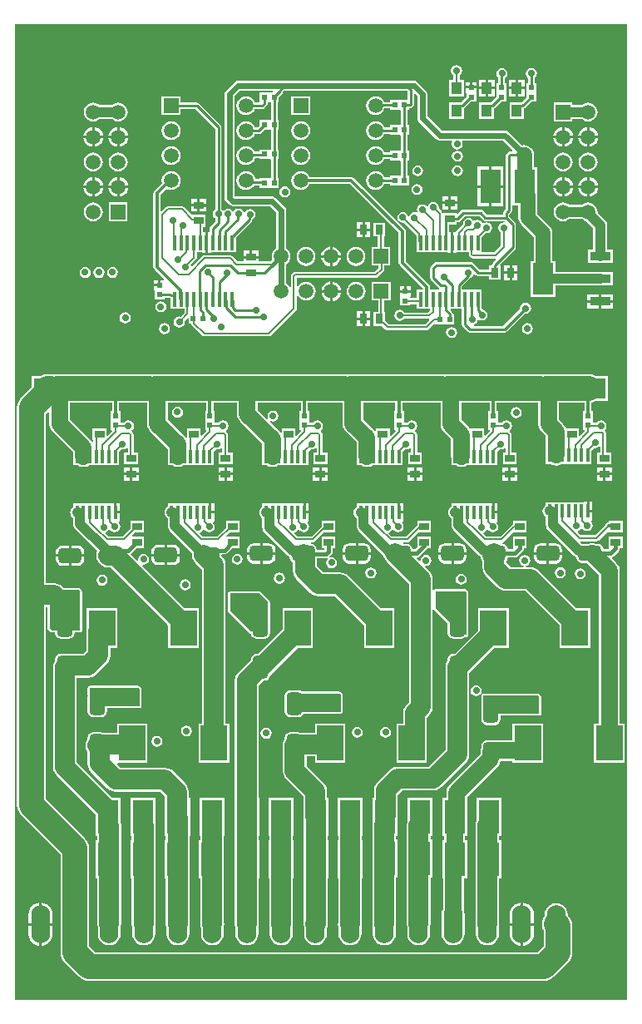
<source format=gtl>
G04*
G04 #@! TF.GenerationSoftware,Altium Limited,Altium Designer,20.0.13 (296)*
G04*
G04 Layer_Physical_Order=1*
G04 Layer_Color=255*
%FSLAX44Y44*%
%MOMM*%
G71*
G01*
G75*
%ADD12C,0.2000*%
%ADD13C,0.6000*%
%ADD14C,0.2500*%
%ADD17R,1.0000X0.8000*%
%ADD18R,0.6000X0.5000*%
%ADD19R,3.0988X2.9972*%
%ADD20R,0.3556X1.4224*%
G04:AMPARAMS|DCode=21|XSize=2.33mm|YSize=1.55mm|CornerRadius=0.3875mm|HoleSize=0mm|Usage=FLASHONLY|Rotation=180.000|XOffset=0mm|YOffset=0mm|HoleType=Round|Shape=RoundedRectangle|*
%AMROUNDEDRECTD21*
21,1,2.3300,0.7750,0,0,180.0*
21,1,1.5550,1.5500,0,0,180.0*
1,1,0.7750,-0.7775,0.3875*
1,1,0.7750,0.7775,0.3875*
1,1,0.7750,0.7775,-0.3875*
1,1,0.7750,-0.7775,-0.3875*
%
%ADD21ROUNDEDRECTD21*%
%ADD22R,3.5000X2.1500*%
%ADD23R,0.5000X0.6000*%
%ADD24R,0.8000X1.0000*%
%ADD25R,0.4100X1.5600*%
%ADD26R,1.1000X1.2500*%
%ADD27R,2.1500X3.5000*%
%ADD28R,2.1500X3.2500*%
%ADD29R,2.1500X0.9500*%
G04:AMPARAMS|DCode=30|XSize=2.33mm|YSize=1.55mm|CornerRadius=0.3875mm|HoleSize=0mm|Usage=FLASHONLY|Rotation=270.000|XOffset=0mm|YOffset=0mm|HoleType=Round|Shape=RoundedRectangle|*
%AMROUNDEDRECTD30*
21,1,2.3300,0.7750,0,0,270.0*
21,1,1.5550,1.5500,0,0,270.0*
1,1,0.7750,-0.3875,-0.7775*
1,1,0.7750,-0.3875,0.7775*
1,1,0.7750,0.3875,0.7775*
1,1,0.7750,0.3875,-0.7775*
%
%ADD30ROUNDEDRECTD30*%
%ADD31R,2.7000X3.6000*%
%ADD51C,0.3000*%
%ADD52C,0.4000*%
%ADD53C,1.0000*%
%ADD54C,2.0000*%
%ADD55C,1.5000*%
%ADD56C,2.5000*%
%ADD57C,1.7000*%
%ADD58C,1.5000*%
%ADD59R,1.5000X1.5000*%
%ADD60R,1.5000X1.5000*%
%ADD61O,1.9304X3.8608*%
%ADD62C,0.7000*%
%ADD63C,0.8000*%
G36*
X626432Y3569D02*
X3569D01*
Y996431D01*
X626431D01*
X626432Y3569D01*
D02*
G37*
%LPC*%
G36*
X473388Y937140D02*
X469118D01*
Y933370D01*
X473388D01*
Y937140D01*
D02*
G37*
G36*
X466578D02*
X462308D01*
Y933370D01*
X466578D01*
Y937140D01*
D02*
G37*
G36*
X522192Y940040D02*
X515422D01*
Y932520D01*
X522192D01*
Y940040D01*
D02*
G37*
G36*
X491491D02*
X484721D01*
Y932520D01*
X491491D01*
Y940040D01*
D02*
G37*
G36*
X512882D02*
X506112D01*
Y932520D01*
X512882D01*
Y940040D01*
D02*
G37*
G36*
X482181D02*
X475411D01*
Y932520D01*
X482181D01*
Y940040D01*
D02*
G37*
G36*
X452750Y954608D02*
X450604Y954181D01*
X448785Y952965D01*
X447569Y951146D01*
X447142Y949000D01*
X447569Y946854D01*
X448785Y945035D01*
X449691Y944429D01*
Y939500D01*
X445250D01*
Y923000D01*
X460250D01*
Y939500D01*
X455809D01*
Y944429D01*
X456715Y945035D01*
X457931Y946854D01*
X458358Y949000D01*
X457931Y951146D01*
X456715Y952965D01*
X454896Y954181D01*
X452750Y954608D01*
D02*
G37*
G36*
X522192Y929980D02*
X515422D01*
Y922460D01*
X522192D01*
Y929980D01*
D02*
G37*
G36*
X512882D02*
X506112D01*
Y922460D01*
X512882D01*
Y929980D01*
D02*
G37*
G36*
X491491D02*
X484721D01*
Y922460D01*
X491491D01*
Y929980D01*
D02*
G37*
G36*
X482181D02*
X475411D01*
Y922460D01*
X482181D01*
Y929980D01*
D02*
G37*
G36*
X586750Y916632D02*
X584270Y916305D01*
X581959Y915348D01*
X580346Y914110D01*
X570850D01*
Y916550D01*
X551850D01*
Y897550D01*
X570850D01*
Y899990D01*
X580346D01*
X581959Y898752D01*
X584270Y897794D01*
X586750Y897468D01*
X589230Y897794D01*
X591541Y898752D01*
X593526Y900275D01*
X595048Y902259D01*
X596006Y904570D01*
X596332Y907050D01*
X596006Y909530D01*
X595048Y911841D01*
X593526Y913826D01*
X591541Y915348D01*
X589230Y916305D01*
X586750Y916632D01*
D02*
G37*
G36*
X108400D02*
X105920Y916305D01*
X103609Y915348D01*
X101996Y914110D01*
X89404D01*
X87791Y915348D01*
X85480Y916305D01*
X83000Y916632D01*
X80520Y916305D01*
X78209Y915348D01*
X76224Y913826D01*
X74702Y911841D01*
X73745Y909530D01*
X73418Y907050D01*
X73745Y904570D01*
X74702Y902259D01*
X76224Y900275D01*
X78209Y898752D01*
X80520Y897794D01*
X83000Y897468D01*
X85480Y897794D01*
X87791Y898752D01*
X89404Y899990D01*
X101996D01*
X103609Y898752D01*
X105920Y897794D01*
X108400Y897468D01*
X110880Y897794D01*
X113191Y898752D01*
X115175Y900275D01*
X116698Y902259D01*
X117655Y904570D01*
X117982Y907050D01*
X117655Y909530D01*
X116698Y911841D01*
X115175Y913826D01*
X113191Y915348D01*
X110880Y916305D01*
X108400Y916632D01*
D02*
G37*
G36*
X303650Y922850D02*
X284650D01*
Y903850D01*
X303650D01*
Y922850D01*
D02*
G37*
G36*
X529000Y951858D02*
X526854Y951431D01*
X525035Y950215D01*
X523819Y948396D01*
X523392Y946250D01*
X523819Y944104D01*
X525035Y942285D01*
X525811Y941766D01*
Y936600D01*
X524250D01*
Y927870D01*
X524250Y927600D01*
Y926600D01*
X524250Y926330D01*
Y922286D01*
X518527Y916564D01*
X518402D01*
X518082Y916500D01*
X506652D01*
Y900000D01*
X521652D01*
Y910512D01*
X522243Y910907D01*
X528936Y917600D01*
X534250D01*
Y926330D01*
X534250Y926600D01*
Y927600D01*
X534250Y927870D01*
Y936600D01*
X532439D01*
Y941933D01*
X532965Y942285D01*
X534181Y944104D01*
X534608Y946250D01*
X534181Y948396D01*
X532965Y950215D01*
X531146Y951431D01*
X529000Y951858D01*
D02*
G37*
G36*
X499000D02*
X496854Y951431D01*
X495035Y950215D01*
X493819Y948396D01*
X493392Y946250D01*
X493819Y944104D01*
X495035Y942285D01*
X495461Y942000D01*
Y936600D01*
X493549D01*
Y927870D01*
X493549Y927600D01*
Y926600D01*
X493549Y926330D01*
Y922286D01*
X487826Y916564D01*
X487701D01*
X487381Y916500D01*
X475951D01*
Y900000D01*
X490951D01*
Y910512D01*
X491542Y910907D01*
X498235Y917600D01*
X503549D01*
Y926330D01*
X503549Y926600D01*
Y927600D01*
X503549Y927870D01*
Y936600D01*
X502088D01*
Y941699D01*
X502965Y942285D01*
X504181Y944104D01*
X504608Y946250D01*
X504181Y948396D01*
X502965Y950215D01*
X501146Y951431D01*
X499000Y951858D01*
D02*
G37*
G36*
X473388Y930830D02*
X467848D01*
X462308D01*
Y927060D01*
X462848Y926014D01*
X462848Y922286D01*
X457126Y916564D01*
X457000D01*
X456680Y916500D01*
X445250D01*
Y900000D01*
X460250D01*
Y910512D01*
X460841Y910907D01*
X467534Y917600D01*
X472848D01*
X472848Y926014D01*
X473388Y927060D01*
X473388Y927646D01*
Y930830D01*
D02*
G37*
G36*
X109670Y891609D02*
Y882920D01*
X118359D01*
X118182Y884271D01*
X117170Y886713D01*
X115561Y888811D01*
X113463Y890420D01*
X111021Y891432D01*
X109670Y891609D01*
D02*
G37*
G36*
X84270D02*
Y882920D01*
X92959D01*
X92782Y884271D01*
X91770Y886713D01*
X90161Y888811D01*
X88063Y890420D01*
X85621Y891432D01*
X84270Y891609D01*
D02*
G37*
G36*
X588020D02*
Y882920D01*
X596709D01*
X596532Y884271D01*
X595520Y886713D01*
X593911Y888811D01*
X591813Y890420D01*
X589371Y891432D01*
X588020Y891609D01*
D02*
G37*
G36*
X562620D02*
Y882920D01*
X571309D01*
X571132Y884271D01*
X570120Y886713D01*
X568511Y888811D01*
X566413Y890420D01*
X563971Y891432D01*
X562620Y891609D01*
D02*
G37*
G36*
X585480D02*
X584129Y891432D01*
X581687Y890420D01*
X579589Y888811D01*
X577980Y886713D01*
X576968Y884271D01*
X576791Y882920D01*
X585480D01*
Y891609D01*
D02*
G37*
G36*
X560080D02*
X558729Y891432D01*
X556287Y890420D01*
X554189Y888811D01*
X552580Y886713D01*
X551568Y884271D01*
X551391Y882920D01*
X560080D01*
Y891609D01*
D02*
G37*
G36*
X107130D02*
X105779Y891432D01*
X103337Y890420D01*
X101239Y888811D01*
X99630Y886713D01*
X98618Y884271D01*
X98441Y882920D01*
X107130D01*
Y891609D01*
D02*
G37*
G36*
X81730D02*
X80379Y891432D01*
X77937Y890420D01*
X75839Y888811D01*
X74230Y886713D01*
X73218Y884271D01*
X73040Y882920D01*
X81730D01*
Y891609D01*
D02*
G37*
G36*
X294150Y897532D02*
X291670Y897205D01*
X289359Y896248D01*
X287375Y894725D01*
X285852Y892741D01*
X284895Y890430D01*
X284568Y887950D01*
X284895Y885470D01*
X285852Y883159D01*
X287375Y881174D01*
X289359Y879652D01*
X291670Y878695D01*
X294150Y878368D01*
X296630Y878695D01*
X298941Y879652D01*
X300926Y881174D01*
X302448Y883159D01*
X303405Y885470D01*
X303732Y887950D01*
X303405Y890430D01*
X302448Y892741D01*
X300926Y894725D01*
X298941Y896248D01*
X296630Y897205D01*
X294150Y897532D01*
D02*
G37*
G36*
X162150D02*
X159670Y897205D01*
X157359Y896248D01*
X155374Y894725D01*
X153852Y892741D01*
X152894Y890430D01*
X152568Y887950D01*
X152894Y885470D01*
X153852Y883159D01*
X155374Y881174D01*
X157359Y879652D01*
X159670Y878695D01*
X162150Y878368D01*
X164630Y878695D01*
X166941Y879652D01*
X168925Y881174D01*
X170448Y883159D01*
X171405Y885470D01*
X171732Y887950D01*
X171405Y890430D01*
X170448Y892741D01*
X168925Y894725D01*
X166941Y896248D01*
X164630Y897205D01*
X162150Y897532D01*
D02*
G37*
G36*
X118359Y880380D02*
X109670D01*
Y871691D01*
X111021Y871868D01*
X113463Y872880D01*
X115561Y874489D01*
X117170Y876587D01*
X118182Y879029D01*
X118359Y880380D01*
D02*
G37*
G36*
X92959D02*
X84270D01*
Y871691D01*
X85621Y871868D01*
X88063Y872880D01*
X90161Y874489D01*
X91770Y876587D01*
X92782Y879029D01*
X92959Y880380D01*
D02*
G37*
G36*
X596709D02*
X588020D01*
Y871691D01*
X589371Y871868D01*
X591813Y872880D01*
X593911Y874489D01*
X595520Y876587D01*
X596532Y879029D01*
X596709Y880380D01*
D02*
G37*
G36*
X571309D02*
X562620D01*
Y871691D01*
X563971Y871868D01*
X566413Y872880D01*
X568511Y874489D01*
X570120Y876587D01*
X571132Y879029D01*
X571309Y880380D01*
D02*
G37*
G36*
X585480D02*
X576791D01*
X576968Y879029D01*
X577980Y876587D01*
X579589Y874489D01*
X581687Y872880D01*
X584129Y871868D01*
X585480Y871691D01*
Y880380D01*
D02*
G37*
G36*
X560080D02*
X551391D01*
X551568Y879029D01*
X552580Y876587D01*
X554189Y874489D01*
X556287Y872880D01*
X558729Y871868D01*
X560080Y871691D01*
Y880380D01*
D02*
G37*
G36*
X81730D02*
X73041D01*
X73218Y879029D01*
X74230Y876587D01*
X75839Y874489D01*
X77937Y872880D01*
X80379Y871868D01*
X81730Y871691D01*
Y880380D01*
D02*
G37*
G36*
X107130D02*
X98441D01*
X98618Y879029D01*
X99630Y876587D01*
X101239Y874489D01*
X103337Y872880D01*
X105779Y871868D01*
X107130Y871691D01*
Y880380D01*
D02*
G37*
G36*
X453750Y867608D02*
X451604Y867181D01*
X449785Y865965D01*
X448569Y864146D01*
X448142Y862000D01*
X448569Y859854D01*
X449785Y858035D01*
X451604Y856819D01*
X453750Y856392D01*
X455896Y856819D01*
X457715Y858035D01*
X458931Y859854D01*
X459358Y862000D01*
X458931Y864146D01*
X457715Y865965D01*
X455896Y867181D01*
X453750Y867608D01*
D02*
G37*
G36*
X294150Y872132D02*
X291670Y871805D01*
X289359Y870848D01*
X287375Y869325D01*
X285852Y867341D01*
X284895Y865030D01*
X284568Y862550D01*
X284895Y860070D01*
X285852Y857759D01*
X287375Y855775D01*
X289359Y854252D01*
X291670Y853295D01*
X294150Y852968D01*
X296630Y853295D01*
X298941Y854252D01*
X300926Y855775D01*
X302448Y857759D01*
X303405Y860070D01*
X303732Y862550D01*
X303405Y865030D01*
X302448Y867341D01*
X300926Y869325D01*
X298941Y870848D01*
X296630Y871805D01*
X294150Y872132D01*
D02*
G37*
G36*
X162150D02*
X159670Y871805D01*
X157359Y870848D01*
X155374Y869325D01*
X153852Y867341D01*
X152894Y865030D01*
X152568Y862550D01*
X152894Y860070D01*
X153852Y857759D01*
X155374Y855775D01*
X157359Y854252D01*
X159670Y853295D01*
X162150Y852968D01*
X164630Y853295D01*
X166941Y854252D01*
X168925Y855775D01*
X170448Y857759D01*
X171405Y860070D01*
X171732Y862550D01*
X171405Y865030D01*
X170448Y867341D01*
X168925Y869325D01*
X166941Y870848D01*
X164630Y871805D01*
X162150Y872132D01*
D02*
G37*
G36*
X586750Y865832D02*
X584270Y865506D01*
X581959Y864548D01*
X579975Y863026D01*
X578452Y861041D01*
X577495Y858730D01*
X577168Y856250D01*
X577495Y853770D01*
X578452Y851459D01*
X579975Y849475D01*
X581959Y847952D01*
X584270Y846994D01*
X586750Y846668D01*
X589230Y846994D01*
X591541Y847952D01*
X593526Y849475D01*
X595048Y851459D01*
X596006Y853770D01*
X596332Y856250D01*
X596006Y858730D01*
X595048Y861041D01*
X593526Y863026D01*
X591541Y864548D01*
X589230Y865506D01*
X586750Y865832D01*
D02*
G37*
G36*
X561350D02*
X558870Y865506D01*
X556559Y864548D01*
X554575Y863026D01*
X553052Y861041D01*
X552095Y858730D01*
X551768Y856250D01*
X552095Y853770D01*
X553052Y851459D01*
X554575Y849475D01*
X556559Y847952D01*
X558870Y846994D01*
X561350Y846668D01*
X563830Y846994D01*
X566141Y847952D01*
X568125Y849475D01*
X569648Y851459D01*
X570606Y853770D01*
X570932Y856250D01*
X570606Y858730D01*
X569648Y861041D01*
X568125Y863026D01*
X566141Y864548D01*
X563830Y865506D01*
X561350Y865832D01*
D02*
G37*
G36*
X108400D02*
X105920Y865506D01*
X103609Y864548D01*
X101624Y863026D01*
X100102Y861041D01*
X99144Y858730D01*
X98818Y856250D01*
X99144Y853770D01*
X100102Y851459D01*
X101624Y849475D01*
X103609Y847952D01*
X105920Y846994D01*
X108400Y846668D01*
X110880Y846994D01*
X113191Y847952D01*
X115175Y849475D01*
X116698Y851459D01*
X117655Y853770D01*
X117982Y856250D01*
X117655Y858730D01*
X116698Y861041D01*
X115175Y863026D01*
X113191Y864548D01*
X110880Y865506D01*
X108400Y865832D01*
D02*
G37*
G36*
X83000D02*
X80520Y865506D01*
X78209Y864548D01*
X76224Y863026D01*
X74702Y861041D01*
X73745Y858730D01*
X73418Y856250D01*
X73745Y853770D01*
X74702Y851459D01*
X76224Y849475D01*
X78209Y847952D01*
X80520Y846994D01*
X83000Y846668D01*
X85480Y846994D01*
X87791Y847952D01*
X89775Y849475D01*
X91298Y851459D01*
X92255Y853770D01*
X92582Y856250D01*
X92255Y858730D01*
X91298Y861041D01*
X89775Y863026D01*
X87791Y864548D01*
X85480Y865506D01*
X83000Y865832D01*
D02*
G37*
G36*
X453750Y852858D02*
X451604Y852431D01*
X449785Y851215D01*
X448569Y849396D01*
X448142Y847250D01*
X448569Y845104D01*
X449785Y843285D01*
X451604Y842069D01*
X453750Y841642D01*
X455896Y842069D01*
X457715Y843285D01*
X458931Y845104D01*
X459358Y847250D01*
X458931Y849396D01*
X457715Y851215D01*
X455896Y852431D01*
X453750Y852858D01*
D02*
G37*
G36*
X413250D02*
X411104Y852431D01*
X409285Y851215D01*
X408069Y849396D01*
X407642Y847250D01*
X408069Y845104D01*
X409285Y843285D01*
X411104Y842069D01*
X413250Y841642D01*
X415396Y842069D01*
X417215Y843285D01*
X418431Y845104D01*
X418858Y847250D01*
X418431Y849396D01*
X417215Y851215D01*
X415396Y852431D01*
X413250Y852858D01*
D02*
G37*
G36*
X500540Y851290D02*
X488520D01*
Y832520D01*
X500540D01*
Y851290D01*
D02*
G37*
G36*
X485980D02*
X473960D01*
Y832520D01*
X485980D01*
Y851290D01*
D02*
G37*
G36*
X109670Y840809D02*
Y832120D01*
X118359D01*
X118182Y833471D01*
X117170Y835913D01*
X115561Y838011D01*
X113463Y839620D01*
X111021Y840632D01*
X109670Y840809D01*
D02*
G37*
G36*
X84270D02*
Y832120D01*
X92959D01*
X92782Y833471D01*
X91770Y835913D01*
X90161Y838011D01*
X88063Y839620D01*
X85621Y840632D01*
X84270Y840809D01*
D02*
G37*
G36*
X588020D02*
Y832120D01*
X596709D01*
X596532Y833471D01*
X595520Y835913D01*
X593911Y838011D01*
X591813Y839620D01*
X589371Y840632D01*
X588020Y840809D01*
D02*
G37*
G36*
X562620D02*
Y832120D01*
X571309D01*
X571132Y833471D01*
X570120Y835913D01*
X568511Y838011D01*
X566413Y839620D01*
X563971Y840632D01*
X562620Y840809D01*
D02*
G37*
G36*
X585480D02*
X584129Y840632D01*
X581687Y839620D01*
X579589Y838011D01*
X577980Y835913D01*
X576968Y833471D01*
X576791Y832120D01*
X585480D01*
Y840809D01*
D02*
G37*
G36*
X560080D02*
X558729Y840632D01*
X556287Y839620D01*
X554189Y838011D01*
X552580Y835913D01*
X551568Y833471D01*
X551391Y832120D01*
X560080D01*
Y840809D01*
D02*
G37*
G36*
X107130D02*
X105779Y840632D01*
X103337Y839620D01*
X101239Y838011D01*
X99630Y835913D01*
X98618Y833471D01*
X98441Y832120D01*
X107130D01*
Y840809D01*
D02*
G37*
G36*
X81730D02*
X80379Y840632D01*
X77937Y839620D01*
X75839Y838011D01*
X74230Y835913D01*
X73218Y833471D01*
X73040Y832120D01*
X81730D01*
Y840809D01*
D02*
G37*
G36*
X412500Y833858D02*
X410354Y833431D01*
X408535Y832215D01*
X407319Y830396D01*
X406892Y828250D01*
X407319Y826104D01*
X408535Y824285D01*
X410354Y823069D01*
X412500Y822642D01*
X414646Y823069D01*
X416465Y824285D01*
X417681Y826104D01*
X418108Y828250D01*
X417681Y830396D01*
X416465Y832215D01*
X414646Y833431D01*
X412500Y833858D01*
D02*
G37*
G36*
X118359Y829580D02*
X109670D01*
Y820891D01*
X111021Y821068D01*
X113463Y822080D01*
X115561Y823689D01*
X117170Y825787D01*
X118182Y828229D01*
X118359Y829580D01*
D02*
G37*
G36*
X92959D02*
X84270D01*
Y820891D01*
X85621Y821068D01*
X88063Y822080D01*
X90161Y823689D01*
X91770Y825787D01*
X92782Y828229D01*
X92959Y829580D01*
D02*
G37*
G36*
X596709D02*
X588020D01*
Y820891D01*
X589371Y821068D01*
X591813Y822080D01*
X593911Y823689D01*
X595520Y825787D01*
X596532Y828229D01*
X596709Y829580D01*
D02*
G37*
G36*
X571309D02*
X562620D01*
Y820891D01*
X563971Y821068D01*
X566413Y822080D01*
X568511Y823689D01*
X570120Y825787D01*
X571132Y828229D01*
X571309Y829580D01*
D02*
G37*
G36*
X585480D02*
X576791D01*
X576968Y828229D01*
X577980Y825787D01*
X579589Y823689D01*
X581687Y822080D01*
X584129Y821068D01*
X585480Y820891D01*
Y829580D01*
D02*
G37*
G36*
X560080D02*
X551391D01*
X551568Y828229D01*
X552580Y825787D01*
X554189Y823689D01*
X556287Y822080D01*
X558729Y821068D01*
X560080Y820891D01*
Y829580D01*
D02*
G37*
G36*
X81730D02*
X73041D01*
X73218Y828229D01*
X74230Y825787D01*
X75839Y823689D01*
X77937Y822080D01*
X80379Y821068D01*
X81730Y820891D01*
Y829580D01*
D02*
G37*
G36*
X107130D02*
X98441D01*
X98618Y828229D01*
X99630Y825787D01*
X101239Y823689D01*
X103337Y822080D01*
X105779Y821068D01*
X107130Y820891D01*
Y829580D01*
D02*
G37*
G36*
X278000Y831358D02*
X275854Y830931D01*
X274035Y829715D01*
X272819Y827896D01*
X272392Y825750D01*
X272819Y823604D01*
X274035Y821785D01*
X275854Y820569D01*
X278000Y820142D01*
X280146Y820569D01*
X281965Y821785D01*
X283181Y823604D01*
X283608Y825750D01*
X283181Y827896D01*
X281965Y829715D01*
X280146Y830931D01*
X278000Y831358D01*
D02*
G37*
G36*
X453290Y821040D02*
X447020D01*
Y815770D01*
X453290D01*
Y821040D01*
D02*
G37*
G36*
X444480D02*
X438210D01*
Y815770D01*
X444480D01*
Y821040D01*
D02*
G37*
G36*
X197790Y818790D02*
X191520D01*
Y813520D01*
X197790D01*
Y818790D01*
D02*
G37*
G36*
X188980D02*
X182710D01*
Y813520D01*
X188980D01*
Y818790D01*
D02*
G37*
G36*
X586750Y815032D02*
X584270Y814706D01*
X581959Y813748D01*
X580346Y812510D01*
X567754D01*
X566141Y813748D01*
X563830Y814706D01*
X561350Y815032D01*
X558870Y814706D01*
X556559Y813748D01*
X554575Y812225D01*
X553052Y810241D01*
X552095Y807930D01*
X551768Y805450D01*
X552095Y802970D01*
X553052Y800659D01*
X554575Y798675D01*
X556559Y797152D01*
X558870Y796195D01*
X561350Y795868D01*
X563830Y796195D01*
X566141Y797152D01*
X567754Y798390D01*
X580346D01*
X581959Y797152D01*
X584270Y796195D01*
X584728Y796134D01*
X591940Y788923D01*
Y767000D01*
X586250D01*
Y753500D01*
X597004D01*
X597173Y753430D01*
X599000Y753190D01*
X600827Y753430D01*
X600996Y753500D01*
X611750D01*
Y767000D01*
X606060D01*
Y791847D01*
X605820Y793674D01*
X605115Y795377D01*
X603992Y796840D01*
X596221Y804611D01*
X596332Y805450D01*
X596006Y807930D01*
X595048Y810241D01*
X593526Y812225D01*
X591541Y813748D01*
X589230Y814706D01*
X586750Y815032D01*
D02*
G37*
G36*
X500540Y829980D02*
X488520D01*
Y811210D01*
X500540D01*
Y829980D01*
D02*
G37*
G36*
X485980D02*
X473960D01*
Y811210D01*
X485980D01*
Y829980D01*
D02*
G37*
G36*
X453290Y813230D02*
X447020D01*
Y807960D01*
X453290D01*
Y813230D01*
D02*
G37*
G36*
X444480D02*
X438210D01*
Y807960D01*
X444480D01*
Y813230D01*
D02*
G37*
G36*
X197790Y810980D02*
X191520D01*
Y805710D01*
X197790D01*
Y810980D01*
D02*
G37*
G36*
X188980D02*
X182710D01*
Y805710D01*
X188980D01*
Y810980D01*
D02*
G37*
G36*
X409500Y938848D02*
X230000D01*
X228049Y938460D01*
X226395Y937355D01*
X217895Y928855D01*
X216790Y927201D01*
X216402Y925250D01*
Y819765D01*
X216790Y817814D01*
X217895Y816160D01*
X221410Y812645D01*
X223064Y811540D01*
X225015Y811152D01*
X262888D01*
X269352Y804688D01*
Y768254D01*
X267425Y766776D01*
X265902Y764791D01*
X264945Y762480D01*
X264618Y760000D01*
X264945Y757520D01*
X265240Y756807D01*
X263241Y754809D01*
X251040D01*
Y757980D01*
X243500D01*
X235960D01*
Y754809D01*
X229879D01*
X224275Y760413D01*
X223282Y761076D01*
X222112Y761309D01*
X222111Y761309D01*
X196250D01*
X196250Y761309D01*
X195079Y761076D01*
X194087Y760413D01*
X183781Y750107D01*
X182518Y750480D01*
X182291Y751466D01*
X187413Y756587D01*
X187413Y756587D01*
X188076Y757579D01*
X188309Y758750D01*
Y764250D01*
X193660D01*
Y763710D01*
X196980D01*
Y774050D01*
Y784390D01*
X194809D01*
Y790250D01*
X197250D01*
Y802250D01*
X183326D01*
X175163Y810413D01*
X174170Y811076D01*
X173000Y811309D01*
X173000Y811309D01*
X159250D01*
X159250Y811309D01*
X158080Y811076D01*
X157087Y810413D01*
X157087Y810413D01*
X152492Y805818D01*
X151319Y806304D01*
Y822772D01*
X157387Y828840D01*
X159670Y827895D01*
X162150Y827568D01*
X164630Y827895D01*
X166941Y828852D01*
X168925Y830375D01*
X170448Y832359D01*
X171405Y834670D01*
X171732Y837150D01*
X171405Y839630D01*
X170448Y841941D01*
X168925Y843925D01*
X166941Y845448D01*
X164630Y846405D01*
X162150Y846732D01*
X159670Y846405D01*
X157359Y845448D01*
X155374Y843925D01*
X153852Y841941D01*
X152894Y839630D01*
X152568Y837150D01*
X152894Y834670D01*
X152962Y834508D01*
X145227Y826773D01*
X144453Y825616D01*
X144181Y824250D01*
Y749500D01*
X144453Y748134D01*
X145227Y746977D01*
X154893Y737310D01*
X154367Y736040D01*
X151520D01*
Y731000D01*
X150250D01*
Y729730D01*
X144710D01*
Y725960D01*
X145250Y724914D01*
X145250Y716500D01*
X155250D01*
Y717686D01*
X160336D01*
X161415Y717472D01*
X161700D01*
Y706650D01*
X175691D01*
Y702767D01*
X171569Y698645D01*
X170500Y698858D01*
X168354Y698431D01*
X166535Y697215D01*
X165319Y695396D01*
X164892Y693250D01*
X165319Y691104D01*
X166535Y689285D01*
X168354Y688069D01*
X170500Y687642D01*
X172646Y688069D01*
X174465Y689285D01*
X175681Y691104D01*
X176108Y693250D01*
X175895Y694319D01*
X179077Y697501D01*
X180250Y697015D01*
Y691750D01*
X182652D01*
X182849Y690762D01*
X183512Y689770D01*
X193694Y679587D01*
X194687Y678924D01*
X195857Y678691D01*
X195858Y678691D01*
X261750D01*
X261750Y678691D01*
X262920Y678924D01*
X263913Y679587D01*
X289413Y705087D01*
X289413Y705087D01*
X290076Y706079D01*
X290309Y707250D01*
Y719391D01*
X291464Y719687D01*
X291579Y719674D01*
X293075Y717725D01*
X295059Y716202D01*
X297370Y715245D01*
X299850Y714918D01*
X302330Y715245D01*
X304641Y716202D01*
X306625Y717725D01*
X308148Y719709D01*
X309105Y722020D01*
X309432Y724500D01*
X309105Y726980D01*
X308148Y729291D01*
X306625Y731275D01*
X304641Y732798D01*
X302330Y733755D01*
X299850Y734082D01*
X297370Y733755D01*
X295059Y732798D01*
X293075Y731275D01*
X291579Y729326D01*
X291464Y729313D01*
X290309Y729609D01*
Y738191D01*
X370500D01*
X370500Y738191D01*
X371670Y738424D01*
X372663Y739087D01*
X378413Y744837D01*
X379076Y745829D01*
X379309Y747000D01*
X379309Y747000D01*
Y750500D01*
X385300D01*
Y769500D01*
X378859D01*
Y780250D01*
X380000D01*
Y794250D01*
X368000D01*
Y780250D01*
X372741D01*
Y769500D01*
X366300D01*
Y750500D01*
X373191D01*
Y748267D01*
X369233Y744309D01*
X288422D01*
X288422Y744309D01*
X287251Y744076D01*
X286259Y743413D01*
X286259Y743413D01*
X285087Y742241D01*
X284424Y741249D01*
X284191Y740078D01*
X284191Y740078D01*
Y729126D01*
X282921Y728873D01*
X282748Y729291D01*
X281225Y731275D01*
X279548Y732563D01*
Y752129D01*
X280975Y753225D01*
X282498Y755209D01*
X283456Y757520D01*
X283782Y760000D01*
X283456Y762480D01*
X282498Y764791D01*
X280975Y766776D01*
X279548Y767871D01*
Y806800D01*
X279160Y808751D01*
X278055Y810405D01*
X268605Y819855D01*
X266951Y820960D01*
X265000Y821348D01*
X227126D01*
X226598Y821876D01*
Y923138D01*
X232112Y928652D01*
X265422D01*
X266101Y927382D01*
X266013Y927250D01*
X262770D01*
X262500Y927250D01*
X261500D01*
X261230Y927250D01*
X252500D01*
Y917250D01*
X251473Y916664D01*
X247260D01*
X246648Y918141D01*
X245125Y920125D01*
X243141Y921648D01*
X240830Y922605D01*
X238350Y922932D01*
X235870Y922605D01*
X233559Y921648D01*
X231574Y920125D01*
X230052Y918141D01*
X229095Y915830D01*
X228768Y913350D01*
X229095Y910870D01*
X230052Y908559D01*
X231574Y906574D01*
X233559Y905052D01*
X235870Y904094D01*
X238350Y903768D01*
X240830Y904094D01*
X243141Y905052D01*
X245125Y906574D01*
X246648Y908559D01*
X247260Y910036D01*
X254850D01*
X256118Y910289D01*
X257193Y911007D01*
X259343Y913157D01*
X260061Y914232D01*
X260314Y915500D01*
Y916352D01*
X260471Y916509D01*
X261500Y917250D01*
X262500D01*
X262770Y917250D01*
X264061D01*
Y899250D01*
X262770D01*
X262500Y899250D01*
X261500D01*
X261230Y899250D01*
X252500D01*
Y893436D01*
X250327Y891264D01*
X247260D01*
X246648Y892741D01*
X245125Y894725D01*
X243141Y896248D01*
X240830Y897205D01*
X238350Y897532D01*
X235870Y897205D01*
X233559Y896248D01*
X231574Y894725D01*
X230052Y892741D01*
X229095Y890430D01*
X228768Y887950D01*
X229095Y885470D01*
X230052Y883159D01*
X231574Y881174D01*
X233559Y879652D01*
X235870Y878695D01*
X238350Y878368D01*
X240830Y878695D01*
X243141Y879652D01*
X245125Y881174D01*
X246648Y883159D01*
X247260Y884636D01*
X251700D01*
X252968Y884889D01*
X254043Y885607D01*
X257686Y889250D01*
X261230D01*
X261500Y889250D01*
X262500D01*
X262770Y889250D01*
X264186D01*
Y869000D01*
X262770D01*
X262500Y869000D01*
X261500D01*
X261230Y869000D01*
X252500D01*
Y866589D01*
X246960D01*
X246648Y867341D01*
X245125Y869325D01*
X243141Y870848D01*
X240830Y871805D01*
X238350Y872132D01*
X235870Y871805D01*
X233559Y870848D01*
X231574Y869325D01*
X230052Y867341D01*
X229095Y865030D01*
X228768Y862550D01*
X229095Y860070D01*
X230052Y857759D01*
X231574Y855775D01*
X233559Y854252D01*
X235870Y853295D01*
X238350Y852968D01*
X240830Y853295D01*
X243141Y854252D01*
X245125Y855775D01*
X246648Y857759D01*
X247560Y859961D01*
X252500D01*
Y859000D01*
X261230D01*
X261500Y859000D01*
X262500D01*
X262666Y859000D01*
X263936Y858750D01*
Y840398D01*
X263130Y839591D01*
X262666Y839500D01*
X261500D01*
X261230Y839500D01*
X252500D01*
Y839139D01*
X247670D01*
X247605Y839630D01*
X246648Y841941D01*
X245125Y843925D01*
X243141Y845448D01*
X240830Y846405D01*
X238350Y846732D01*
X235870Y846405D01*
X233559Y845448D01*
X231574Y843925D01*
X230052Y841941D01*
X229095Y839630D01*
X228768Y837150D01*
X229095Y834670D01*
X230052Y832359D01*
X231574Y830375D01*
X233559Y828852D01*
X235870Y827895D01*
X238350Y827568D01*
X240830Y827895D01*
X243141Y828852D01*
X245125Y830375D01*
X246648Y832359D01*
X246711Y832511D01*
X252500D01*
Y829500D01*
X261230D01*
X261500Y829500D01*
X262500D01*
X262770Y829500D01*
X271500D01*
Y839500D01*
X270564D01*
Y859000D01*
X271500D01*
Y869000D01*
X270814D01*
Y889250D01*
X271500D01*
Y899250D01*
X270689D01*
Y917250D01*
X271500D01*
Y922314D01*
X275468Y926282D01*
X276186Y927357D01*
X276222Y927536D01*
X277338Y928652D01*
X402412D01*
X402686Y928377D01*
Y919500D01*
X395520D01*
X395250Y919500D01*
X394250D01*
X393980Y919500D01*
X385250D01*
Y917239D01*
X379022D01*
X378648Y918141D01*
X377126Y920125D01*
X375141Y921648D01*
X372830Y922605D01*
X370350Y922932D01*
X367870Y922605D01*
X365559Y921648D01*
X363575Y920125D01*
X362052Y918141D01*
X361095Y915830D01*
X360768Y913350D01*
X361095Y910870D01*
X362052Y908559D01*
X363575Y906574D01*
X365559Y905052D01*
X367870Y904094D01*
X370350Y903768D01*
X372830Y904094D01*
X375141Y905052D01*
X377126Y906574D01*
X378648Y908559D01*
X379498Y910611D01*
X385250D01*
Y909500D01*
X393980D01*
X394250Y909500D01*
X395250D01*
X396436Y908646D01*
Y894648D01*
X396279Y894491D01*
X395250Y893750D01*
X394250D01*
X393980Y893750D01*
X385250D01*
Y891664D01*
X379095D01*
X378648Y892741D01*
X377126Y894725D01*
X375141Y896248D01*
X372830Y897205D01*
X370350Y897532D01*
X367870Y897205D01*
X365559Y896248D01*
X363575Y894725D01*
X362052Y892741D01*
X361095Y890430D01*
X360768Y887950D01*
X361095Y885470D01*
X362052Y883159D01*
X363575Y881174D01*
X365559Y879652D01*
X367870Y878695D01*
X370350Y878368D01*
X372830Y878695D01*
X375141Y879652D01*
X377126Y881174D01*
X378648Y883159D01*
X379426Y885036D01*
X385250D01*
Y883750D01*
X393980D01*
X394250Y883750D01*
X395250D01*
X396436Y882896D01*
Y868898D01*
X396279Y868741D01*
X395250Y868000D01*
X394250D01*
X393980Y868000D01*
X385250D01*
Y866089D01*
X379167D01*
X378648Y867341D01*
X377126Y869325D01*
X375141Y870848D01*
X372830Y871805D01*
X370350Y872132D01*
X367870Y871805D01*
X365559Y870848D01*
X363575Y869325D01*
X362052Y867341D01*
X361095Y865030D01*
X360768Y862550D01*
X361095Y860070D01*
X362052Y857759D01*
X363575Y855775D01*
X365559Y854252D01*
X367870Y853295D01*
X370350Y852968D01*
X372830Y853295D01*
X375141Y854252D01*
X377126Y855775D01*
X378648Y857759D01*
X379353Y859461D01*
X385250D01*
Y858000D01*
X393980D01*
X394250Y858000D01*
X395250D01*
X396436Y857146D01*
Y843148D01*
X396279Y842991D01*
X395250Y842250D01*
X394250D01*
X393980Y842250D01*
X385250D01*
Y840514D01*
X379239D01*
X378648Y841941D01*
X377126Y843925D01*
X375141Y845448D01*
X372830Y846405D01*
X370350Y846732D01*
X367870Y846405D01*
X365559Y845448D01*
X363575Y843925D01*
X362052Y841941D01*
X361095Y839630D01*
X360768Y837150D01*
X361095Y834670D01*
X362052Y832359D01*
X363575Y830375D01*
X365559Y828852D01*
X367870Y827895D01*
X370350Y827568D01*
X372830Y827895D01*
X375141Y828852D01*
X377126Y830375D01*
X378648Y832359D01*
X379281Y833886D01*
X385250D01*
Y832250D01*
X393980D01*
X394250Y832250D01*
X395250D01*
X395520Y832250D01*
X404250D01*
Y842250D01*
X403064D01*
Y858000D01*
X404250D01*
Y868000D01*
X403064D01*
Y883750D01*
X404250D01*
Y893750D01*
X403064D01*
Y909500D01*
X404250D01*
Y911186D01*
X406000D01*
X407268Y911439D01*
X408343Y912157D01*
X409061Y913232D01*
X409314Y914500D01*
Y925067D01*
X410487Y925553D01*
X412652Y923388D01*
Y901000D01*
X413040Y899049D01*
X414145Y897395D01*
X431895Y879645D01*
X433549Y878540D01*
X435500Y878152D01*
X447978D01*
X448577Y877032D01*
X448319Y876646D01*
X447892Y874500D01*
X448319Y872354D01*
X449535Y870535D01*
X451354Y869319D01*
X453500Y868892D01*
X455646Y869319D01*
X457465Y870535D01*
X458681Y872354D01*
X459108Y874500D01*
X458681Y876646D01*
X458423Y877032D01*
X459022Y878152D01*
X499888D01*
X509803Y868237D01*
X509317Y867064D01*
X507464D01*
X506196Y866811D01*
X505121Y866093D01*
X503657Y864629D01*
X502939Y863554D01*
X502686Y862286D01*
Y808122D01*
X500907Y806343D01*
X500189Y805268D01*
X499936Y804000D01*
Y802814D01*
X483373D01*
X479593Y806593D01*
X478518Y807311D01*
X477250Y807564D01*
X459750D01*
X458482Y807311D01*
X457407Y806593D01*
X453923Y803110D01*
X452750Y803596D01*
Y804500D01*
X438750D01*
X437973Y805448D01*
X437663Y805913D01*
X437663Y805913D01*
X434645Y808931D01*
X434858Y810000D01*
X434431Y812146D01*
X433215Y813965D01*
X431396Y815181D01*
X429250Y815608D01*
X427104Y815181D01*
X425285Y813965D01*
X424069Y812146D01*
X423833Y810957D01*
X422484Y810688D01*
X421965Y811465D01*
X420146Y812681D01*
X418000Y813108D01*
X415854Y812681D01*
X414035Y811465D01*
X412819Y809646D01*
X412392Y807500D01*
X412738Y805759D01*
X412632Y805565D01*
X411935Y804868D01*
X411741Y804762D01*
X410000Y805108D01*
X407854Y804681D01*
X406035Y803465D01*
X404819Y801646D01*
X404672Y800908D01*
X403377D01*
X403181Y801896D01*
X401965Y803715D01*
X400146Y804931D01*
X398000Y805358D01*
X395854Y804931D01*
X394035Y803715D01*
X392819Y801896D01*
X392392Y799750D01*
X392819Y797604D01*
X394035Y795785D01*
X395854Y794569D01*
X398000Y794142D01*
X399069Y794355D01*
X411891Y781533D01*
Y775100D01*
X411891Y775100D01*
X411950Y774804D01*
Y764250D01*
X443910D01*
Y763710D01*
X447230D01*
Y774050D01*
Y784390D01*
X445314D01*
Y792500D01*
X452750D01*
Y794936D01*
X453750D01*
X455018Y795189D01*
X456093Y795907D01*
X461123Y800936D01*
X475877D01*
X479657Y797157D01*
X480732Y796439D01*
X482000Y796186D01*
X501435D01*
X501797Y795694D01*
X501067Y794545D01*
X500750Y794608D01*
X498604Y794181D01*
X496785Y792965D01*
X495569Y791146D01*
X495142Y789000D01*
X495569Y786854D01*
X496785Y785035D01*
X497691Y784429D01*
Y770517D01*
X491233Y764059D01*
X479741D01*
X478550Y764250D01*
Y779524D01*
X482801Y783775D01*
X483274Y783681D01*
X485420Y784108D01*
X487239Y785323D01*
X488454Y787142D01*
X488881Y789288D01*
X488454Y791434D01*
X487239Y793254D01*
X485420Y794469D01*
X483274Y794896D01*
X481128Y794469D01*
X480585Y794107D01*
X479056Y794457D01*
X478215Y795715D01*
X476396Y796931D01*
X474250Y797358D01*
X472104Y796931D01*
X471164Y796302D01*
X470111Y795927D01*
X469536Y796626D01*
X468808Y797715D01*
X466989Y798931D01*
X464843Y799358D01*
X462697Y798931D01*
X460878Y797715D01*
X459662Y795896D01*
X459235Y793750D01*
X459448Y792681D01*
X452837Y786070D01*
X452174Y785077D01*
X452037Y784390D01*
X449770D01*
Y774050D01*
Y763710D01*
X453090D01*
Y764250D01*
X465113D01*
Y762172D01*
X465113Y762172D01*
X465346Y761001D01*
X466009Y760009D01*
X467180Y758837D01*
X467180Y758837D01*
X468173Y758174D01*
X469343Y757941D01*
X469343Y757941D01*
X492209D01*
X492648Y757242D01*
X492762Y756699D01*
X489657Y753593D01*
X488939Y752518D01*
X488686Y751250D01*
Y750500D01*
X486000D01*
Y746814D01*
X476123D01*
X469593Y753343D01*
X468518Y754061D01*
X467250Y754314D01*
X432250D01*
X430982Y754061D01*
X429907Y753343D01*
X426907Y750343D01*
X426189Y749268D01*
X425936Y748000D01*
Y738000D01*
X426189Y736732D01*
X426907Y735657D01*
X434657Y727907D01*
X435236Y727520D01*
X434851Y726250D01*
X426069D01*
Y728750D01*
X425797Y730116D01*
X425023Y731273D01*
X401069Y755228D01*
Y785250D01*
X400797Y786616D01*
X400023Y787773D01*
X348123Y839673D01*
X346966Y840447D01*
X345600Y840719D01*
X302955D01*
X302448Y841941D01*
X300926Y843925D01*
X298941Y845448D01*
X296630Y846405D01*
X294150Y846732D01*
X291670Y846405D01*
X289359Y845448D01*
X287375Y843925D01*
X285852Y841941D01*
X284895Y839630D01*
X284568Y837150D01*
X284895Y834670D01*
X285852Y832359D01*
X287375Y830375D01*
X289359Y828852D01*
X291670Y827895D01*
X294150Y827568D01*
X296630Y827895D01*
X298941Y828852D01*
X300926Y830375D01*
X302448Y832359D01*
X302955Y833581D01*
X344122D01*
X393931Y783772D01*
Y753750D01*
X394203Y752384D01*
X394977Y751227D01*
X418683Y727520D01*
X418332Y726250D01*
X411950D01*
Y717559D01*
X406355D01*
X406264Y717650D01*
X405714Y718829D01*
X406040Y719460D01*
X406040Y720046D01*
Y723230D01*
X400500D01*
X394960D01*
Y719460D01*
X395500Y718414D01*
X395500Y710000D01*
X405500D01*
Y711441D01*
X411950D01*
Y706650D01*
X425941D01*
Y704767D01*
X423983Y702809D01*
X399780D01*
X398984Y703999D01*
X397165Y705215D01*
X395019Y705642D01*
X392873Y705215D01*
X391054Y703999D01*
X389838Y702180D01*
X389412Y700034D01*
X389838Y697888D01*
X391054Y696069D01*
X392873Y694853D01*
X395019Y694426D01*
X397165Y694853D01*
X398984Y696069D01*
X399400Y696691D01*
X424569D01*
X425095Y695421D01*
X420733Y691059D01*
X383767D01*
X380163Y694663D01*
X380000Y694772D01*
Y703500D01*
X379109D01*
Y715000D01*
X385550D01*
Y734000D01*
X366550D01*
Y715000D01*
X372991D01*
Y703500D01*
X368000D01*
Y689500D01*
X376674D01*
X380337Y685837D01*
X381329Y685174D01*
X382500Y684941D01*
X422000D01*
X422000Y684941D01*
X423171Y685174D01*
X424163Y685837D01*
X429980Y691654D01*
X431250Y691128D01*
Y690750D01*
X440250D01*
Y690750D01*
X441250D01*
Y690750D01*
X450250D01*
Y700750D01*
X449064D01*
Y701500D01*
X448811Y702768D01*
X448093Y703843D01*
X446556Y705380D01*
X447082Y706650D01*
X458186D01*
Y690750D01*
X458439Y689482D01*
X459157Y688407D01*
X461407Y686157D01*
X461545Y686064D01*
X463953Y683657D01*
X465028Y682939D01*
X466296Y682686D01*
X501750D01*
X503018Y682939D01*
X504093Y683657D01*
X522231Y701795D01*
X523000Y701642D01*
X525146Y702069D01*
X526965Y703285D01*
X528181Y705104D01*
X528608Y707250D01*
X528181Y709396D01*
X526965Y711215D01*
X525146Y712431D01*
X523000Y712858D01*
X520854Y712431D01*
X519035Y711215D01*
X517819Y709396D01*
X517392Y707250D01*
X517545Y706481D01*
X500378Y689314D01*
X470844D01*
X470646Y690569D01*
X472465Y691785D01*
X473681Y693604D01*
X474021Y695315D01*
X475105Y695884D01*
X475337Y695916D01*
X476604Y695069D01*
X478750Y694642D01*
X480896Y695069D01*
X482715Y696285D01*
X483931Y698104D01*
X484358Y700250D01*
X483931Y702396D01*
X482715Y704215D01*
X480896Y705431D01*
X479394Y705730D01*
X478637Y706555D01*
X478550Y707094D01*
Y726250D01*
X458314D01*
Y729628D01*
X466593Y737907D01*
X466948Y738438D01*
X468215Y739285D01*
X469431Y741104D01*
X469635Y742132D01*
X471013Y742550D01*
X472407Y741157D01*
X473482Y740439D01*
X474750Y740186D01*
X486000D01*
Y736500D01*
X498000D01*
Y750500D01*
X497596D01*
X497109Y751673D01*
X512343Y766907D01*
X513061Y767982D01*
X513314Y769250D01*
Y792750D01*
X513061Y794018D01*
X512343Y795093D01*
X506564Y800872D01*
Y802627D01*
X508343Y804407D01*
X509061Y805482D01*
X509314Y806750D01*
Y810557D01*
X509500Y811750D01*
X515668D01*
Y799500D01*
X515995Y797020D01*
X516952Y794709D01*
X518475Y792725D01*
X531418Y779781D01*
Y755500D01*
X528250D01*
Y719000D01*
X553750D01*
Y730190D01*
X599000D01*
X600827Y730430D01*
X600996Y730500D01*
X611750D01*
Y744000D01*
X600996D01*
X600827Y744070D01*
X599000Y744310D01*
X553750D01*
Y755500D01*
X550582D01*
Y783750D01*
X550256Y786230D01*
X549298Y788541D01*
X547775Y790526D01*
X534832Y803469D01*
Y811750D01*
X535000D01*
Y850750D01*
X531582D01*
Y863250D01*
X531255Y865730D01*
X530298Y868041D01*
X528775Y870025D01*
X528275Y870526D01*
X526291Y872048D01*
X523980Y873006D01*
X521500Y873332D01*
X519404Y873056D01*
X505605Y886855D01*
X503951Y887960D01*
X502000Y888348D01*
X437612D01*
X422848Y903112D01*
Y925500D01*
X422460Y927451D01*
X421355Y929105D01*
X413105Y937355D01*
X411451Y938460D01*
X409500Y938848D01*
D02*
G37*
G36*
X117900Y814950D02*
X98900D01*
Y795950D01*
X117900D01*
Y814950D01*
D02*
G37*
G36*
X83000Y815032D02*
X80520Y814706D01*
X78209Y813748D01*
X76224Y812225D01*
X74702Y810241D01*
X73745Y807930D01*
X73418Y805450D01*
X73745Y802970D01*
X74702Y800659D01*
X76224Y798675D01*
X78209Y797152D01*
X80520Y796195D01*
X83000Y795868D01*
X85480Y796195D01*
X87791Y797152D01*
X89775Y798675D01*
X91298Y800659D01*
X92255Y802970D01*
X92582Y805450D01*
X92255Y807930D01*
X91298Y810241D01*
X89775Y812225D01*
X87791Y813748D01*
X85480Y814706D01*
X83000Y815032D01*
D02*
G37*
G36*
X364540Y794790D02*
X359270D01*
Y788520D01*
X364540D01*
Y794790D01*
D02*
G37*
G36*
X356730D02*
X351460D01*
Y788520D01*
X356730D01*
Y794790D01*
D02*
G37*
G36*
X364540Y785980D02*
X359270D01*
Y779710D01*
X364540D01*
Y785980D01*
D02*
G37*
G36*
X356730D02*
X351460D01*
Y779710D01*
X356730D01*
Y785980D01*
D02*
G37*
G36*
X171650Y922850D02*
X152650D01*
Y903850D01*
X171650D01*
Y910036D01*
X187027D01*
X206936Y890127D01*
Y807651D01*
X206285Y807215D01*
X205069Y805396D01*
X204642Y803250D01*
X205069Y801104D01*
X206285Y799285D01*
X206936Y798849D01*
Y795439D01*
X202407Y790909D01*
X201689Y789834D01*
X201436Y788566D01*
Y784390D01*
X199520D01*
Y774050D01*
Y763710D01*
X202840D01*
Y764250D01*
X228300D01*
Y779164D01*
X243982Y794846D01*
X244700Y795921D01*
X244953Y797189D01*
Y797774D01*
X246465Y798785D01*
X247681Y800604D01*
X248108Y802750D01*
X247681Y804896D01*
X246465Y806715D01*
X244646Y807931D01*
X242500Y808358D01*
X240354Y807931D01*
X238535Y806715D01*
X237324Y804903D01*
X237289Y804896D01*
X236027Y804911D01*
X235931Y805396D01*
X234715Y807215D01*
X232896Y808431D01*
X230750Y808858D01*
X228604Y808431D01*
X226785Y807215D01*
X226180Y806311D01*
X224653D01*
X224215Y806965D01*
X222396Y808181D01*
X220250Y808608D01*
X218104Y808181D01*
X216285Y806965D01*
X215968Y806492D01*
X214699D01*
X214215Y807215D01*
X213564Y807651D01*
Y891500D01*
X213311Y892768D01*
X212593Y893843D01*
X190743Y915693D01*
X189668Y916411D01*
X188400Y916664D01*
X171650D01*
Y922850D01*
D02*
G37*
G36*
X326270Y769959D02*
Y761270D01*
X334959D01*
X334782Y762621D01*
X333770Y765063D01*
X332161Y767161D01*
X330063Y768770D01*
X327621Y769782D01*
X326270Y769959D01*
D02*
G37*
G36*
X323730D02*
X322379Y769782D01*
X319937Y768770D01*
X317839Y767161D01*
X316230Y765063D01*
X315219Y762621D01*
X315041Y761270D01*
X323730D01*
Y769959D01*
D02*
G37*
G36*
X251040Y765790D02*
X244770D01*
Y760520D01*
X251040D01*
Y765790D01*
D02*
G37*
G36*
X242230D02*
X235960D01*
Y760520D01*
X242230D01*
Y765790D01*
D02*
G37*
G36*
X350400Y769582D02*
X347920Y769256D01*
X345609Y768298D01*
X343625Y766776D01*
X342102Y764791D01*
X341145Y762480D01*
X340818Y760000D01*
X341145Y757520D01*
X342102Y755209D01*
X343625Y753225D01*
X345609Y751702D01*
X347920Y750744D01*
X350400Y750418D01*
X352880Y750744D01*
X355191Y751702D01*
X357175Y753225D01*
X358698Y755209D01*
X359655Y757520D01*
X359982Y760000D01*
X359655Y762480D01*
X358698Y764791D01*
X357175Y766776D01*
X355191Y768298D01*
X352880Y769256D01*
X350400Y769582D01*
D02*
G37*
G36*
X299600D02*
X297120Y769256D01*
X294809Y768298D01*
X292825Y766776D01*
X291302Y764791D01*
X290345Y762480D01*
X290018Y760000D01*
X290345Y757520D01*
X291302Y755209D01*
X292825Y753225D01*
X294809Y751702D01*
X297120Y750744D01*
X299600Y750418D01*
X302080Y750744D01*
X304391Y751702D01*
X306376Y753225D01*
X307898Y755209D01*
X308855Y757520D01*
X309182Y760000D01*
X308855Y762480D01*
X307898Y764791D01*
X306376Y766776D01*
X304391Y768298D01*
X302080Y769256D01*
X299600Y769582D01*
D02*
G37*
G36*
X334959Y758730D02*
X326270D01*
Y750041D01*
X327621Y750218D01*
X330063Y751230D01*
X332161Y752839D01*
X333770Y754937D01*
X334782Y757379D01*
X334959Y758730D01*
D02*
G37*
G36*
X323730D02*
X315041D01*
X315219Y757379D01*
X316230Y754937D01*
X317839Y752839D01*
X319937Y751230D01*
X322379Y750218D01*
X323730Y750041D01*
Y758730D01*
D02*
G37*
G36*
X514540Y751040D02*
X509270D01*
Y744770D01*
X514540D01*
Y751040D01*
D02*
G37*
G36*
X506730D02*
X501460D01*
Y744770D01*
X506730D01*
Y751040D01*
D02*
G37*
G36*
X102500Y749358D02*
X100354Y748931D01*
X98535Y747715D01*
X97319Y745896D01*
X96892Y743750D01*
X97319Y741604D01*
X98535Y739785D01*
X100354Y738569D01*
X102500Y738142D01*
X104646Y738569D01*
X106465Y739785D01*
X107681Y741604D01*
X108108Y743750D01*
X107681Y745896D01*
X106465Y747715D01*
X104646Y748931D01*
X102500Y749358D01*
D02*
G37*
G36*
X88750D02*
X86604Y748931D01*
X84785Y747715D01*
X83569Y745896D01*
X83142Y743750D01*
X83569Y741604D01*
X84785Y739785D01*
X86604Y738569D01*
X88750Y738142D01*
X90896Y738569D01*
X92715Y739785D01*
X93931Y741604D01*
X94358Y743750D01*
X93931Y745896D01*
X92715Y747715D01*
X90896Y748931D01*
X88750Y749358D01*
D02*
G37*
G36*
X74750D02*
X72604Y748931D01*
X70785Y747715D01*
X69569Y745896D01*
X69142Y743750D01*
X69569Y741604D01*
X70785Y739785D01*
X72604Y738569D01*
X74750Y738142D01*
X76896Y738569D01*
X78715Y739785D01*
X79931Y741604D01*
X80358Y743750D01*
X79931Y745896D01*
X78715Y747715D01*
X76896Y748931D01*
X74750Y749358D01*
D02*
G37*
G36*
X514540Y742230D02*
X509270D01*
Y735960D01*
X514540D01*
Y742230D01*
D02*
G37*
G36*
X506730D02*
X501460D01*
Y735960D01*
X506730D01*
Y742230D01*
D02*
G37*
G36*
X148980Y736040D02*
X144710D01*
Y732270D01*
X148980D01*
Y736040D01*
D02*
G37*
G36*
X406040Y729540D02*
X401770D01*
Y725770D01*
X406040D01*
Y729540D01*
D02*
G37*
G36*
X399230D02*
X394960D01*
Y725770D01*
X399230D01*
Y729540D01*
D02*
G37*
G36*
X326520Y734459D02*
Y725770D01*
X335210D01*
X335032Y727121D01*
X334020Y729563D01*
X332411Y731661D01*
X330313Y733270D01*
X327871Y734282D01*
X326520Y734459D01*
D02*
G37*
G36*
X323980Y734459D02*
X322629Y734282D01*
X320187Y733270D01*
X318089Y731661D01*
X316480Y729563D01*
X315469Y727121D01*
X315291Y725770D01*
X323980D01*
Y734459D01*
D02*
G37*
G36*
X612290Y721540D02*
X600270D01*
Y715520D01*
X612290D01*
Y721540D01*
D02*
G37*
G36*
X597730D02*
X585710D01*
Y715520D01*
X597730D01*
Y721540D01*
D02*
G37*
G36*
X350650Y734082D02*
X348170Y733755D01*
X345859Y732798D01*
X343875Y731275D01*
X342352Y729291D01*
X341395Y726980D01*
X341068Y724500D01*
X341395Y722020D01*
X342352Y719709D01*
X343875Y717725D01*
X345859Y716202D01*
X348170Y715245D01*
X350650Y714918D01*
X353130Y715245D01*
X355441Y716202D01*
X357425Y717725D01*
X358948Y719709D01*
X359906Y722020D01*
X360232Y724500D01*
X359906Y726980D01*
X358948Y729291D01*
X357425Y731275D01*
X355441Y732798D01*
X353130Y733755D01*
X350650Y734082D01*
D02*
G37*
G36*
X335209Y723230D02*
X326520D01*
Y714541D01*
X327871Y714718D01*
X330313Y715730D01*
X332411Y717339D01*
X334020Y719437D01*
X335032Y721879D01*
X335209Y723230D01*
D02*
G37*
G36*
X323980D02*
X315291D01*
X315469Y721879D01*
X316480Y719437D01*
X318089Y717339D01*
X320187Y715730D01*
X322629Y714718D01*
X323980Y714541D01*
Y723230D01*
D02*
G37*
G36*
X612290Y712980D02*
X600270D01*
Y706960D01*
X612290D01*
Y712980D01*
D02*
G37*
G36*
X597730D02*
X585710D01*
Y706960D01*
X597730D01*
Y712980D01*
D02*
G37*
G36*
X151750Y714358D02*
X149604Y713931D01*
X147785Y712715D01*
X146569Y710896D01*
X146142Y708750D01*
X146569Y706604D01*
X147785Y704785D01*
X149604Y703569D01*
X151750Y703142D01*
X153896Y703569D01*
X155715Y704785D01*
X156931Y706604D01*
X157358Y708750D01*
X156931Y710896D01*
X155715Y712715D01*
X153896Y713931D01*
X151750Y714358D01*
D02*
G37*
G36*
X364540Y704040D02*
X359270D01*
Y697770D01*
X364540D01*
Y704040D01*
D02*
G37*
G36*
X356730D02*
X351460D01*
Y697770D01*
X356730D01*
Y704040D01*
D02*
G37*
G36*
X115500Y703108D02*
X113354Y702681D01*
X111535Y701465D01*
X110319Y699646D01*
X109892Y697500D01*
X110319Y695354D01*
X111535Y693535D01*
X113354Y692319D01*
X115500Y691892D01*
X117646Y692319D01*
X119465Y693535D01*
X120681Y695354D01*
X121108Y697500D01*
X120681Y699646D01*
X119465Y701465D01*
X117646Y702681D01*
X115500Y703108D01*
D02*
G37*
G36*
X364540Y695230D02*
X359270D01*
Y688960D01*
X364540D01*
Y695230D01*
D02*
G37*
G36*
X356730D02*
X351460D01*
Y688960D01*
X356730D01*
Y695230D01*
D02*
G37*
G36*
X525000Y692108D02*
X522854Y691681D01*
X521035Y690465D01*
X519819Y688646D01*
X519392Y686500D01*
X519819Y684354D01*
X521035Y682535D01*
X522854Y681319D01*
X525000Y680892D01*
X527146Y681319D01*
X528965Y682535D01*
X530181Y684354D01*
X530608Y686500D01*
X530181Y688646D01*
X528965Y690465D01*
X527146Y691681D01*
X525000Y692108D01*
D02*
G37*
G36*
X155500D02*
X153354Y691681D01*
X151535Y690465D01*
X150319Y688646D01*
X149892Y686500D01*
X150319Y684354D01*
X151535Y682535D01*
X153354Y681319D01*
X155500Y680892D01*
X157646Y681319D01*
X159465Y682535D01*
X160681Y684354D01*
X161108Y686500D01*
X160681Y688646D01*
X159465Y690465D01*
X157646Y691681D01*
X155500Y692108D01*
D02*
G37*
G36*
X447765Y688123D02*
X445619Y687696D01*
X443800Y686481D01*
X442584Y684661D01*
X442158Y682515D01*
X442584Y680369D01*
X443800Y678550D01*
X445619Y677335D01*
X447765Y676908D01*
X449911Y677335D01*
X451731Y678550D01*
X452946Y680369D01*
X453373Y682515D01*
X452946Y684661D01*
X451731Y686481D01*
X449911Y687696D01*
X447765Y688123D01*
D02*
G37*
G36*
X587250Y640375D02*
X544227D01*
X540852Y639931D01*
X537477Y640375D01*
X444682D01*
X441307Y639931D01*
X437932Y640375D01*
X345136D01*
X341761Y639931D01*
X338386Y640375D01*
X288650D01*
X288632Y640373D01*
X288614Y640375D01*
X192450D01*
X190759Y640153D01*
X189068Y640375D01*
X146046D01*
X142670Y639931D01*
X139296Y640375D01*
X46500D01*
X43125Y639931D01*
X39750Y640375D01*
X36500D01*
X32715Y639877D01*
X29391Y638500D01*
X20250D01*
Y626933D01*
X9409Y616091D01*
X7084Y613063D01*
X5623Y609535D01*
X5125Y605750D01*
Y415000D01*
Y201750D01*
X5623Y197965D01*
X7084Y194438D01*
X9409Y191409D01*
X49625Y151192D01*
Y80250D01*
Y51645D01*
X50123Y47859D01*
X51584Y44332D01*
X53909Y41303D01*
X68553Y26658D01*
X71582Y24334D01*
X75109Y22873D01*
X78895Y22375D01*
X541355D01*
X545141Y22873D01*
X548668Y24334D01*
X551697Y26658D01*
X566342Y41303D01*
X568666Y44332D01*
X570127Y47859D01*
X570625Y51645D01*
Y78500D01*
X570127Y82285D01*
X568666Y85813D01*
X566342Y88841D01*
X566003Y89180D01*
Y89902D01*
X565602Y92944D01*
X564428Y95778D01*
X562560Y98212D01*
X560126Y100080D01*
X557292Y101254D01*
X554250Y101655D01*
X551208Y101254D01*
X548374Y100080D01*
X545940Y98212D01*
X544072Y95778D01*
X542898Y92944D01*
X542497Y89902D01*
Y88753D01*
X541584Y87563D01*
X540123Y84035D01*
X539625Y80250D01*
X540123Y76465D01*
X541375Y73443D01*
Y57703D01*
X535297Y51625D01*
X84953D01*
X78875Y57703D01*
Y80250D01*
Y157250D01*
X78377Y161035D01*
X76916Y164563D01*
X74591Y167591D01*
X34375Y207808D01*
Y403146D01*
X36336D01*
X36336Y381625D01*
X36336Y381625D01*
X36491Y380845D01*
X36933Y380183D01*
X39058Y378058D01*
X39720Y377616D01*
X40500Y377461D01*
X44135D01*
Y376706D01*
X44591Y374414D01*
X45889Y372470D01*
X47833Y371172D01*
X50125Y370716D01*
X57875D01*
X60167Y371172D01*
X62111Y372470D01*
X63409Y374414D01*
X63865Y376706D01*
Y377461D01*
X69375D01*
X70155Y377616D01*
X70817Y378058D01*
X71259Y378720D01*
X71414Y379500D01*
Y419250D01*
X71414Y419250D01*
X71259Y420030D01*
X70817Y420692D01*
X70817Y420692D01*
X69567Y421942D01*
X68905Y422384D01*
X68125Y422539D01*
X52783D01*
X51809Y423809D01*
X49302Y425732D01*
X46383Y426941D01*
X43250Y427354D01*
X34375D01*
Y599692D01*
X36986Y602303D01*
X38159Y601817D01*
Y589500D01*
X38159Y589500D01*
X38520Y586759D01*
X39578Y584205D01*
X41261Y582011D01*
X62397Y560875D01*
Y556396D01*
X62606Y554812D01*
Y547284D01*
X67615D01*
X67693Y547224D01*
X70247Y546166D01*
X72988Y545805D01*
X75729Y546166D01*
X78283Y547224D01*
X78361Y547284D01*
X109278D01*
Y561182D01*
X111915Y563819D01*
X112804Y563642D01*
X114950Y564069D01*
X116725Y565255D01*
X116989Y565204D01*
X117995Y564833D01*
Y560500D01*
X114500D01*
Y548500D01*
X128500D01*
Y560500D01*
X124112D01*
Y578578D01*
X124113Y578578D01*
X123880Y579749D01*
X123216Y580741D01*
X123216Y580741D01*
X122257Y581701D01*
X122134Y583146D01*
X122715Y583535D01*
X123931Y585354D01*
X124358Y587500D01*
X123931Y589646D01*
X122715Y591465D01*
X120896Y592681D01*
X118750Y593108D01*
X116604Y592681D01*
X114785Y591465D01*
X114346Y590809D01*
X110500D01*
Y592500D01*
X110500D01*
Y593500D01*
X110500D01*
Y602500D01*
X109069D01*
Y611125D01*
X137705D01*
Y589500D01*
X137705Y589500D01*
X138066Y586759D01*
X139124Y584205D01*
X140807Y582011D01*
X158621Y564198D01*
Y556396D01*
X158829Y554812D01*
Y547284D01*
X163838D01*
X163916Y547224D01*
X166470Y546166D01*
X169211Y545805D01*
X171952Y546166D01*
X174506Y547224D01*
X174584Y547284D01*
X205501D01*
Y561182D01*
X208138Y563819D01*
X209027Y563642D01*
X211173Y564069D01*
X212948Y565255D01*
X213212Y565204D01*
X214218Y564833D01*
Y560500D01*
X210850D01*
Y548500D01*
X224850D01*
Y560500D01*
X220336D01*
Y578578D01*
X220336Y578578D01*
X220103Y579749D01*
X219440Y580741D01*
X219440Y580741D01*
X218471Y581710D01*
X218343Y583152D01*
X218915Y583535D01*
X220131Y585354D01*
X220558Y587500D01*
X220131Y589646D01*
X218915Y591465D01*
X217096Y592681D01*
X214950Y593108D01*
X212804Y592681D01*
X210985Y591465D01*
X210546Y590809D01*
X206700D01*
Y592500D01*
X206700D01*
Y593500D01*
X206700D01*
Y602500D01*
X205269D01*
Y611125D01*
X229201D01*
Y599459D01*
X229201Y599458D01*
X229562Y596717D01*
X230620Y594163D01*
X232303Y591970D01*
X254844Y569429D01*
Y556396D01*
X255052Y554812D01*
Y547284D01*
X260061D01*
X260139Y547224D01*
X262693Y546166D01*
X265434Y545805D01*
X268175Y546166D01*
X270730Y547224D01*
X270807Y547284D01*
X301724D01*
Y561182D01*
X304361Y563819D01*
X305250Y563642D01*
X307396Y564069D01*
X309171Y565255D01*
X309435Y565204D01*
X310441Y564833D01*
Y560500D01*
X307200D01*
Y548500D01*
X321200D01*
Y560500D01*
X316559D01*
Y578578D01*
X316559Y578578D01*
X316326Y579749D01*
X315663Y580741D01*
X315663Y580741D01*
X314685Y581720D01*
X314551Y583158D01*
X315115Y583535D01*
X316331Y585354D01*
X316758Y587500D01*
X316331Y589646D01*
X315115Y591465D01*
X313296Y592681D01*
X311150Y593108D01*
X309004Y592681D01*
X307185Y591465D01*
X306746Y590809D01*
X302900D01*
Y592500D01*
X302900D01*
Y593500D01*
X302900D01*
Y602500D01*
X301469D01*
Y611125D01*
X336796D01*
Y589500D01*
X336796Y589500D01*
X337157Y586759D01*
X338215Y584205D01*
X339898Y582011D01*
X351067Y570842D01*
Y556396D01*
X351275Y554812D01*
Y547284D01*
X356284D01*
X356362Y547224D01*
X358917Y546166D01*
X361657Y545805D01*
X364398Y546166D01*
X366953Y547224D01*
X367031Y547284D01*
X397948D01*
Y561182D01*
X400584Y563819D01*
X401473Y563642D01*
X403619Y564069D01*
X405394Y565255D01*
X405658Y565204D01*
X406664Y564833D01*
Y560500D01*
X403550D01*
Y548500D01*
X417550D01*
Y560500D01*
X412782D01*
Y578578D01*
X412782Y578578D01*
X412549Y579749D01*
X411886Y580741D01*
X411886Y580741D01*
X410899Y581729D01*
X410760Y583164D01*
X411315Y583535D01*
X412531Y585354D01*
X412958Y587500D01*
X412531Y589646D01*
X411315Y591465D01*
X409496Y592681D01*
X407350Y593108D01*
X405204Y592681D01*
X403385Y591465D01*
X402946Y590809D01*
X399100D01*
Y592500D01*
X399100D01*
Y593500D01*
X399100D01*
Y602500D01*
X397668D01*
Y611125D01*
X436341D01*
Y589500D01*
X436341Y589500D01*
X436702Y586759D01*
X437760Y584205D01*
X439443Y582011D01*
X447290Y574164D01*
Y556396D01*
X447499Y554812D01*
Y547284D01*
X452508D01*
X452585Y547224D01*
X455140Y546166D01*
X457881Y545805D01*
X460622Y546166D01*
X463176Y547224D01*
X463254Y547284D01*
X494171D01*
Y561182D01*
X496808Y563819D01*
X497696Y563642D01*
X499842Y564069D01*
X501618Y565255D01*
X501881Y565204D01*
X502888Y564833D01*
Y560500D01*
X499900D01*
Y548500D01*
X513900D01*
Y560500D01*
X509005D01*
Y578578D01*
X509005Y578578D01*
X508772Y579749D01*
X508109Y580741D01*
X508109Y580741D01*
X507112Y581738D01*
X506969Y583170D01*
X507515Y583535D01*
X508731Y585354D01*
X509158Y587500D01*
X508731Y589646D01*
X507515Y591465D01*
X505696Y592681D01*
X503550Y593108D01*
X501404Y592681D01*
X499585Y591465D01*
X499146Y590809D01*
X495300D01*
Y592500D01*
X495300D01*
Y593500D01*
X495300D01*
Y602500D01*
X493868D01*
Y611125D01*
X535887D01*
Y589500D01*
X535887Y589500D01*
X536247Y586759D01*
X537305Y584205D01*
X538989Y582011D01*
X543513Y577487D01*
Y557646D01*
X543722Y556062D01*
Y548534D01*
X548731D01*
X548809Y548474D01*
X551363Y547416D01*
X554104Y547055D01*
X556845Y547416D01*
X559399Y548474D01*
X559477Y548534D01*
X590394D01*
Y562432D01*
X593031Y565069D01*
X593919Y564892D01*
X596065Y565319D01*
X597841Y566505D01*
X598105Y566454D01*
X599111Y566084D01*
Y560500D01*
X596250D01*
Y548500D01*
X610250D01*
Y560500D01*
X605228D01*
Y579828D01*
X605228Y579828D01*
X604995Y580999D01*
X604332Y581991D01*
X604332Y581991D01*
X604076Y582248D01*
X603715Y583535D01*
X604019Y583990D01*
X604931Y585354D01*
X605358Y587500D01*
X604931Y589646D01*
X603715Y591465D01*
X601896Y592681D01*
X599750Y593108D01*
X597604Y592681D01*
X595785Y591465D01*
X595346Y590809D01*
X591500D01*
Y592500D01*
X591500D01*
Y593500D01*
X591500D01*
Y602500D01*
X590069D01*
Y611496D01*
X591035Y611623D01*
X594359Y613000D01*
X606750D01*
Y638500D01*
X594359D01*
X591035Y639877D01*
X587250Y640375D01*
D02*
G37*
G36*
X513500Y606608D02*
X511354Y606181D01*
X509535Y604965D01*
X508319Y603146D01*
X507892Y601000D01*
X508319Y598854D01*
X509535Y597035D01*
X511354Y595819D01*
X513500Y595392D01*
X515646Y595819D01*
X517465Y597035D01*
X518681Y598854D01*
X519108Y601000D01*
X518681Y603146D01*
X517465Y604965D01*
X515646Y606181D01*
X513500Y606608D01*
D02*
G37*
G36*
X514440Y545040D02*
X508170D01*
Y539770D01*
X514440D01*
Y545040D01*
D02*
G37*
G36*
X129040D02*
X122770D01*
Y539770D01*
X129040D01*
Y545040D01*
D02*
G37*
G36*
X505630D02*
X499360D01*
Y539770D01*
X505630D01*
Y545040D01*
D02*
G37*
G36*
X120230D02*
X113960D01*
Y539770D01*
X120230D01*
Y545040D01*
D02*
G37*
G36*
X610790Y545040D02*
X604520D01*
Y539770D01*
X610790D01*
Y545040D01*
D02*
G37*
G36*
X601980D02*
X595710D01*
Y539770D01*
X601980D01*
Y545040D01*
D02*
G37*
G36*
X321740Y545040D02*
X315470D01*
Y539770D01*
X321740D01*
Y545040D01*
D02*
G37*
G36*
X312930D02*
X306660D01*
Y539770D01*
X312930D01*
Y545040D01*
D02*
G37*
G36*
X418090Y545040D02*
X411820D01*
Y539770D01*
X418090D01*
Y545040D01*
D02*
G37*
G36*
X409280D02*
X403010D01*
Y539770D01*
X409280D01*
Y545040D01*
D02*
G37*
G36*
X225390D02*
X219120D01*
Y539770D01*
X225390D01*
Y545040D01*
D02*
G37*
G36*
X216580D02*
X210310D01*
Y539770D01*
X216580D01*
Y545040D01*
D02*
G37*
G36*
X514440Y537230D02*
X508170D01*
Y531960D01*
X514440D01*
Y537230D01*
D02*
G37*
G36*
X505630D02*
X499360D01*
Y531960D01*
X505630D01*
Y537230D01*
D02*
G37*
G36*
X321740Y537230D02*
X315470D01*
Y531960D01*
X321740D01*
Y537230D01*
D02*
G37*
G36*
X312930D02*
X306660D01*
Y531960D01*
X312930D01*
Y537230D01*
D02*
G37*
G36*
X129040Y537230D02*
X122770D01*
Y531960D01*
X129040D01*
Y537230D01*
D02*
G37*
G36*
X120230D02*
X113960D01*
Y531960D01*
X120230D01*
Y537230D01*
D02*
G37*
G36*
X610790Y537230D02*
X604520D01*
Y531960D01*
X610790D01*
Y537230D01*
D02*
G37*
G36*
X601980D02*
X595710D01*
Y531960D01*
X601980D01*
Y537230D01*
D02*
G37*
G36*
X418090Y537230D02*
X411820D01*
Y531960D01*
X418090D01*
Y537230D01*
D02*
G37*
G36*
X409280D02*
X403010D01*
Y531960D01*
X409280D01*
Y537230D01*
D02*
G37*
G36*
X225390Y537230D02*
X219120D01*
Y531960D01*
X225390D01*
Y537230D01*
D02*
G37*
G36*
X216580D02*
X210310D01*
Y531960D01*
X216580D01*
Y537230D01*
D02*
G37*
G36*
X590934Y510402D02*
X587886D01*
Y502020D01*
X590934D01*
Y510402D01*
D02*
G37*
G36*
X494711Y509152D02*
X491663D01*
Y500770D01*
X494711D01*
Y509152D01*
D02*
G37*
G36*
X302264D02*
X299216D01*
Y500770D01*
X302264D01*
Y509152D01*
D02*
G37*
G36*
X109818D02*
X106770D01*
Y500770D01*
X109818D01*
Y509152D01*
D02*
G37*
G36*
X398488D02*
X395439D01*
Y500770D01*
X398488D01*
Y509152D01*
D02*
G37*
G36*
X206041D02*
X202993D01*
Y500770D01*
X206041D01*
Y509152D01*
D02*
G37*
G36*
X585346Y510402D02*
X582298D01*
Y509862D01*
X543722D01*
Y506674D01*
X542507Y505742D01*
X541385Y504280D01*
X540680Y502577D01*
X540439Y500750D01*
X540680Y498923D01*
X541385Y497220D01*
X542507Y495758D01*
X543661Y494872D01*
Y487028D01*
X543902Y485201D01*
X544607Y483498D01*
X545729Y482036D01*
X572258Y455508D01*
X573720Y454385D01*
X574835Y453924D01*
Y453875D01*
X575291Y451583D01*
X576589Y449639D01*
X578533Y448341D01*
X580825Y447885D01*
X585888D01*
X597659Y436113D01*
Y284750D01*
X592750D01*
Y244750D01*
X623750D01*
Y284750D01*
X618840D01*
Y440500D01*
X618480Y443241D01*
X617422Y445795D01*
X615739Y447989D01*
X615738Y447989D01*
X611002Y452726D01*
X611025Y452861D01*
X611412Y454112D01*
X612541Y454866D01*
X617634Y459959D01*
X618518Y461282D01*
X618810Y462750D01*
X621750D01*
Y474750D01*
X607750D01*
Y462750D01*
X606909Y461828D01*
X602325D01*
X601909Y463917D01*
X600611Y465861D01*
X598667Y467159D01*
X596375Y467615D01*
X594621D01*
X593741Y467980D01*
X591000Y468341D01*
X588259Y467980D01*
X587379Y467615D01*
X580825D01*
X580550Y467560D01*
X580174D01*
X578857Y468878D01*
X579383Y470148D01*
X595073D01*
X595073Y470148D01*
X596243Y470381D01*
X597236Y471044D01*
X606577Y480385D01*
X607750Y479899D01*
Y478750D01*
X621750D01*
Y490750D01*
X607750D01*
Y489415D01*
X607712D01*
X606347Y489143D01*
X605189Y488370D01*
X604415Y487212D01*
X604332Y486791D01*
X593806Y476266D01*
X579340D01*
X576240Y479366D01*
X576608Y480581D01*
X576815Y480622D01*
X578634Y481838D01*
X579602Y483286D01*
X580839Y483381D01*
X581039Y483325D01*
X581901Y482035D01*
X583720Y480819D01*
X585866Y480392D01*
X588012Y480819D01*
X589831Y482035D01*
X591047Y483854D01*
X591474Y486000D01*
X591047Y488146D01*
X589923Y489828D01*
X590248Y491098D01*
X590934D01*
Y499480D01*
X586616D01*
Y500750D01*
X585346D01*
Y510402D01*
D02*
G37*
G36*
X456375Y468166D02*
X449870D01*
Y459020D01*
X462916D01*
Y461625D01*
X462418Y464128D01*
X461000Y466250D01*
X458878Y467668D01*
X456375Y468166D01*
D02*
G37*
G36*
X261775D02*
X255270D01*
Y459020D01*
X268316D01*
Y461625D01*
X267818Y464128D01*
X266400Y466250D01*
X264278Y467668D01*
X261775Y468166D01*
D02*
G37*
G36*
X359075D02*
X352570D01*
Y459020D01*
X365616D01*
Y461625D01*
X365118Y464128D01*
X363700Y466250D01*
X361578Y467668D01*
X359075Y468166D01*
D02*
G37*
G36*
X553675D02*
X547170D01*
Y459020D01*
X560216D01*
Y461625D01*
X559718Y464128D01*
X558300Y466250D01*
X556178Y467668D01*
X553675Y468166D01*
D02*
G37*
G36*
X544630D02*
X538125D01*
X535622Y467668D01*
X533500Y466250D01*
X532082Y464128D01*
X531584Y461625D01*
Y459020D01*
X544630D01*
Y468166D01*
D02*
G37*
G36*
X350030D02*
X343525D01*
X341022Y467668D01*
X338900Y466250D01*
X337482Y464128D01*
X336984Y461625D01*
Y459020D01*
X350030D01*
Y468166D01*
D02*
G37*
G36*
X447330D02*
X440825D01*
X438322Y467668D01*
X436200Y466250D01*
X434782Y464128D01*
X434284Y461625D01*
Y459020D01*
X447330D01*
Y468166D01*
D02*
G37*
G36*
X252730D02*
X246225D01*
X243722Y467668D01*
X241600Y466250D01*
X240182Y464128D01*
X239684Y461625D01*
Y459020D01*
X252730D01*
Y468166D01*
D02*
G37*
G36*
X164475Y466666D02*
X157970D01*
Y457520D01*
X171016D01*
Y460125D01*
X170518Y462628D01*
X169100Y464750D01*
X166978Y466168D01*
X164475Y466666D01*
D02*
G37*
G36*
X155430D02*
X148925D01*
X146422Y466168D01*
X144300Y464750D01*
X142882Y462628D01*
X142384Y460125D01*
Y457520D01*
X155430D01*
Y466666D01*
D02*
G37*
G36*
X67175Y465916D02*
X60670D01*
Y456770D01*
X73716D01*
Y459375D01*
X73218Y461878D01*
X71800Y464000D01*
X69678Y465418D01*
X67175Y465916D01*
D02*
G37*
G36*
X58130D02*
X51625D01*
X49122Y465418D01*
X47000Y464000D01*
X45582Y461878D01*
X45084Y459375D01*
Y456770D01*
X58130D01*
Y465916D01*
D02*
G37*
G36*
X200453Y509152D02*
X197405D01*
Y508612D01*
X158829D01*
Y505424D01*
X157615Y504492D01*
X156493Y503030D01*
X155787Y501327D01*
X155547Y499500D01*
X155787Y497673D01*
X156493Y495970D01*
X157615Y494508D01*
X158769Y493622D01*
Y485921D01*
X159009Y484094D01*
X159715Y482391D01*
X160837Y480928D01*
X183643Y458122D01*
X183396Y456250D01*
X183809Y453117D01*
X185018Y450198D01*
X186942Y447691D01*
X193646Y440987D01*
Y284750D01*
X190250D01*
Y244750D01*
X221250D01*
Y284750D01*
X217854D01*
Y446000D01*
X217441Y449133D01*
X216232Y452052D01*
X214308Y454558D01*
X213373Y455494D01*
X213667Y456764D01*
X216242D01*
X216243Y456764D01*
X217803Y457075D01*
X219126Y457959D01*
X223918Y462750D01*
X232150D01*
Y474750D01*
X219095D01*
X218569Y476020D01*
X221299Y478750D01*
X232150D01*
Y490750D01*
X218150D01*
Y484253D01*
X208913Y475016D01*
X194447D01*
X191347Y478116D01*
X191716Y479331D01*
X191922Y479372D01*
X193741Y480588D01*
X194709Y482036D01*
X195946Y482131D01*
X196146Y482075D01*
X197008Y480785D01*
X198827Y479569D01*
X200973Y479142D01*
X203119Y479569D01*
X204939Y480785D01*
X206154Y482604D01*
X206581Y484750D01*
X206154Y486896D01*
X205030Y488578D01*
X205355Y489848D01*
X206041D01*
Y498230D01*
X201723D01*
Y499500D01*
X200453D01*
Y509152D01*
D02*
G37*
G36*
X560216Y456480D02*
X547170D01*
Y447334D01*
X553675D01*
X556178Y447832D01*
X558300Y449250D01*
X559718Y451372D01*
X560216Y453875D01*
Y456480D01*
D02*
G37*
G36*
X544630D02*
X531584D01*
Y453875D01*
X532082Y451372D01*
X533500Y449250D01*
X535622Y447832D01*
X538125Y447334D01*
X544630D01*
Y456480D01*
D02*
G37*
G36*
X462916D02*
X449870D01*
Y447334D01*
X456375D01*
X458878Y447832D01*
X461000Y449250D01*
X462418Y451372D01*
X462916Y453875D01*
Y456480D01*
D02*
G37*
G36*
X447330D02*
X434284D01*
Y453875D01*
X434782Y451372D01*
X436200Y449250D01*
X438322Y447832D01*
X440825Y447334D01*
X447330D01*
Y456480D01*
D02*
G37*
G36*
X365616D02*
X352570D01*
Y447334D01*
X359075D01*
X361578Y447832D01*
X363700Y449250D01*
X365118Y451372D01*
X365616Y453875D01*
Y456480D01*
D02*
G37*
G36*
X350030D02*
X336984D01*
Y453875D01*
X337482Y451372D01*
X338900Y449250D01*
X341022Y447832D01*
X343525Y447334D01*
X350030D01*
Y456480D01*
D02*
G37*
G36*
X268316D02*
X255270D01*
Y447334D01*
X261775D01*
X264278Y447832D01*
X266400Y449250D01*
X267818Y451372D01*
X268316Y453875D01*
Y456480D01*
D02*
G37*
G36*
X252730D02*
X239684D01*
Y453875D01*
X240182Y451372D01*
X241600Y449250D01*
X243722Y447832D01*
X246225Y447334D01*
X252730D01*
Y456480D01*
D02*
G37*
G36*
X229450Y457358D02*
X227304Y456931D01*
X225485Y455715D01*
X224269Y453896D01*
X223842Y451750D01*
X224269Y449604D01*
X225485Y447785D01*
X227304Y446569D01*
X229450Y446142D01*
X231596Y446569D01*
X233415Y447785D01*
X234631Y449604D01*
X235058Y451750D01*
X234631Y453896D01*
X233415Y455715D01*
X231596Y456931D01*
X229450Y457358D01*
D02*
G37*
G36*
X104230Y509152D02*
X101182D01*
Y508612D01*
X62606D01*
Y505424D01*
X61392Y504492D01*
X60269Y503030D01*
X59564Y501327D01*
X59324Y499500D01*
X59564Y497673D01*
X60269Y495970D01*
X61392Y494508D01*
X62546Y493622D01*
Y487994D01*
X62786Y486167D01*
X63492Y484464D01*
X64613Y483002D01*
X87233Y460382D01*
X86509Y458633D01*
X86096Y455500D01*
X86509Y452367D01*
X87718Y449448D01*
X89642Y446941D01*
X92148Y445018D01*
X95067Y443809D01*
X98200Y443396D01*
X100487D01*
X159250Y384633D01*
Y361750D01*
X190250D01*
Y401750D01*
X176367D01*
X133026Y445091D01*
X133652Y446261D01*
X134250Y446142D01*
X136396Y446569D01*
X138215Y447785D01*
X139431Y449604D01*
X139858Y451750D01*
X139431Y453896D01*
X138215Y455715D01*
X136396Y456931D01*
X134250Y457358D01*
X132104Y456931D01*
X130285Y455715D01*
X129069Y453896D01*
X128642Y451750D01*
X128761Y451152D01*
X127591Y450526D01*
X120970Y457147D01*
X120976Y457209D01*
X126518Y462750D01*
X134750D01*
Y474750D01*
X122735D01*
X122249Y475923D01*
X125076Y478750D01*
X134750D01*
Y490750D01*
X120750D01*
Y483076D01*
X112690Y475016D01*
X98224D01*
X95124Y478116D01*
X95492Y479331D01*
X95699Y479372D01*
X97518Y480588D01*
X98486Y482036D01*
X99723Y482131D01*
X99923Y482075D01*
X100785Y480785D01*
X102604Y479569D01*
X104750Y479142D01*
X106896Y479569D01*
X108715Y480785D01*
X109931Y482604D01*
X110358Y484750D01*
X109931Y486896D01*
X108807Y488578D01*
X109132Y489848D01*
X109818D01*
Y498230D01*
X105500D01*
Y499500D01*
X104230D01*
Y509152D01*
D02*
G37*
G36*
X171016Y454980D02*
X157970D01*
Y445834D01*
X164475D01*
X166978Y446332D01*
X169100Y447750D01*
X170518Y449872D01*
X171016Y452375D01*
Y454980D01*
D02*
G37*
G36*
X155430D02*
X142384D01*
Y452375D01*
X142882Y449872D01*
X144300Y447750D01*
X146422Y446332D01*
X148925Y445834D01*
X155430D01*
Y454980D01*
D02*
G37*
G36*
X392900Y509152D02*
X389851D01*
Y508612D01*
X351275D01*
Y505424D01*
X350061Y504492D01*
X348939Y503030D01*
X348234Y501327D01*
X347993Y499500D01*
X348234Y497673D01*
X348939Y495970D01*
X350061Y494508D01*
X351215Y493622D01*
Y485725D01*
X351456Y483897D01*
X352161Y482195D01*
X353283Y480732D01*
X378259Y455756D01*
X378409Y454617D01*
X379618Y451698D01*
X381541Y449192D01*
X404396Y426337D01*
Y306263D01*
X401941Y303808D01*
X400018Y301302D01*
X398809Y298383D01*
X398396Y295250D01*
Y284750D01*
X391500D01*
Y244750D01*
X422500D01*
Y267463D01*
X422603Y268250D01*
Y290236D01*
X425059Y292691D01*
X426982Y295198D01*
X428191Y298117D01*
X428604Y301250D01*
Y400310D01*
X429005Y400454D01*
X429874Y400521D01*
X430183Y400058D01*
X443635Y386606D01*
Y376706D01*
X444091Y374414D01*
X445389Y372470D01*
X447333Y371172D01*
X449625Y370716D01*
X457375D01*
X459667Y371172D01*
X461611Y372470D01*
X461771Y372711D01*
X462625D01*
X463405Y372866D01*
X464067Y373308D01*
X464509Y373970D01*
X464664Y374750D01*
X464664Y418000D01*
X464664Y418000D01*
X464509Y418780D01*
X464067Y419442D01*
X464067Y419442D01*
X462817Y420692D01*
X462155Y421134D01*
X461375Y421289D01*
X431625D01*
X430845Y421134D01*
X430183Y420692D01*
X429874Y420229D01*
X429005Y420296D01*
X428604Y420440D01*
Y431350D01*
X428191Y434483D01*
X426982Y437402D01*
X425059Y439908D01*
X420963Y444004D01*
X421589Y445174D01*
X421750Y445142D01*
X423896Y445569D01*
X425715Y446785D01*
X426931Y448604D01*
X427358Y450750D01*
X426931Y452896D01*
X425715Y454715D01*
X423896Y455931D01*
X421750Y456358D01*
X419604Y455931D01*
X417785Y454715D01*
X416569Y452896D01*
X416142Y450750D01*
X416174Y450589D01*
X415004Y449963D01*
X412518Y452449D01*
X412936Y453827D01*
X413718Y453982D01*
X415041Y454866D01*
X422634Y462459D01*
X422634Y462459D01*
X422828Y462750D01*
X426950D01*
Y474750D01*
X412950D01*
Y464311D01*
X410468Y461828D01*
X407725D01*
X407309Y463917D01*
X406011Y465861D01*
X404067Y467159D01*
X401775Y467615D01*
X398275D01*
X398266Y467628D01*
X398919Y468898D01*
X402626D01*
X402626Y468898D01*
X403797Y469131D01*
X404789Y469794D01*
X413745Y478750D01*
X426950D01*
Y490750D01*
X412950D01*
Y486606D01*
X401359Y475016D01*
X386893D01*
X383793Y478116D01*
X384162Y479331D01*
X384369Y479372D01*
X386188Y480588D01*
X387155Y482036D01*
X388392Y482131D01*
X388592Y482075D01*
X389454Y480785D01*
X391273Y479569D01*
X393419Y479142D01*
X395565Y479569D01*
X397385Y480785D01*
X398600Y482604D01*
X399027Y484750D01*
X398600Y486896D01*
X397477Y488578D01*
X397802Y489848D01*
X398488D01*
Y498230D01*
X394170D01*
Y499500D01*
X392900D01*
Y509152D01*
D02*
G37*
G36*
X73716Y454230D02*
X60670D01*
Y445084D01*
X67175D01*
X69678Y445582D01*
X71800Y447000D01*
X73218Y449122D01*
X73716Y451625D01*
Y454230D01*
D02*
G37*
G36*
X58130D02*
X45084D01*
Y451625D01*
X45582Y449122D01*
X47000Y447000D01*
X49122Y445582D01*
X51625Y445084D01*
X58130D01*
Y454230D01*
D02*
G37*
G36*
X296676Y509152D02*
X293628D01*
Y508612D01*
X255052D01*
Y505424D01*
X253838Y504492D01*
X252716Y503030D01*
X252010Y501327D01*
X251770Y499500D01*
X252010Y497673D01*
X252716Y495970D01*
X253838Y494508D01*
X254992Y493622D01*
Y484198D01*
X255233Y482370D01*
X255938Y480668D01*
X257060Y479205D01*
X280758Y455508D01*
X282220Y454385D01*
X282935Y454089D01*
Y453875D01*
X283391Y451583D01*
X284689Y449639D01*
X286246Y448599D01*
Y439900D01*
X286659Y436767D01*
X287868Y433848D01*
X289792Y431342D01*
X303442Y417691D01*
X305948Y415768D01*
X308867Y414559D01*
X312000Y414146D01*
X328987D01*
X358500Y384633D01*
Y361750D01*
X389500D01*
Y401750D01*
X375617D01*
X342559Y434809D01*
X340052Y436732D01*
X337133Y437941D01*
X334000Y438354D01*
X317013D01*
X310453Y444913D01*
Y453172D01*
X320207D01*
X320207Y453172D01*
X320881Y453306D01*
X321379Y452475D01*
X321477Y452130D01*
X320319Y450396D01*
X319892Y448250D01*
X320319Y446104D01*
X321535Y444285D01*
X323354Y443069D01*
X325500Y442642D01*
X327646Y443069D01*
X329465Y444285D01*
X330681Y446104D01*
X331108Y448250D01*
X330681Y450396D01*
X329465Y452215D01*
X327646Y453431D01*
X325500Y453858D01*
X324100Y453579D01*
X323474Y454750D01*
X325434Y456709D01*
X325434Y456709D01*
X326318Y458032D01*
X326628Y459593D01*
Y462750D01*
X329550D01*
Y474750D01*
X315550D01*
Y462750D01*
X318472D01*
Y461328D01*
X310465D01*
Y461625D01*
X310009Y463917D01*
X308711Y465861D01*
X306767Y467159D01*
X304475Y467615D01*
X304461Y467628D01*
X304958Y468898D01*
X306403D01*
X306403Y468898D01*
X307574Y469131D01*
X308566Y469794D01*
X317522Y478750D01*
X329550D01*
Y490750D01*
X315550D01*
Y485429D01*
X305136Y475016D01*
X290670D01*
X287570Y478116D01*
X287939Y479331D01*
X288145Y479372D01*
X289965Y480588D01*
X290932Y482036D01*
X292169Y482131D01*
X292369Y482075D01*
X293231Y480785D01*
X295050Y479569D01*
X297196Y479142D01*
X299342Y479569D01*
X301162Y480785D01*
X302377Y482604D01*
X302804Y484750D01*
X302377Y486896D01*
X301253Y488578D01*
X301578Y489848D01*
X302264D01*
Y498230D01*
X297946D01*
Y499500D01*
X296676D01*
Y509152D01*
D02*
G37*
G36*
X558500Y443608D02*
X556354Y443181D01*
X554535Y441965D01*
X553319Y440146D01*
X552892Y438000D01*
X553319Y435854D01*
X554535Y434035D01*
X556354Y432819D01*
X558500Y432392D01*
X560646Y432819D01*
X562465Y434035D01*
X563681Y435854D01*
X564108Y438000D01*
X563681Y440146D01*
X562465Y441965D01*
X560646Y443181D01*
X558500Y443608D01*
D02*
G37*
G36*
X365500Y443358D02*
X363354Y442931D01*
X361535Y441715D01*
X360319Y439896D01*
X359892Y437750D01*
X360319Y435604D01*
X361535Y433785D01*
X363354Y432569D01*
X365500Y432142D01*
X367646Y432569D01*
X369465Y433785D01*
X370681Y435604D01*
X371108Y437750D01*
X370681Y439896D01*
X369465Y441715D01*
X367646Y442931D01*
X365500Y443358D01*
D02*
G37*
G36*
X578750Y442608D02*
X576604Y442181D01*
X574785Y440965D01*
X573569Y439146D01*
X573142Y437000D01*
X573569Y434854D01*
X574785Y433035D01*
X576604Y431819D01*
X578750Y431392D01*
X580896Y431819D01*
X582715Y433035D01*
X583931Y434854D01*
X584358Y437000D01*
X583931Y439146D01*
X582715Y440965D01*
X580896Y442181D01*
X578750Y442608D01*
D02*
G37*
G36*
X272500Y438108D02*
X270354Y437681D01*
X268535Y436465D01*
X267319Y434646D01*
X266892Y432500D01*
X267319Y430354D01*
X268535Y428535D01*
X270354Y427319D01*
X272500Y426892D01*
X274646Y427319D01*
X276465Y428535D01*
X277681Y430354D01*
X278108Y432500D01*
X277681Y434646D01*
X276465Y436465D01*
X274646Y437681D01*
X272500Y438108D01*
D02*
G37*
G36*
X457500Y437108D02*
X455354Y436681D01*
X453535Y435465D01*
X452319Y433646D01*
X451892Y431500D01*
X452319Y429354D01*
X453535Y427535D01*
X455354Y426319D01*
X457500Y425892D01*
X459646Y426319D01*
X461465Y427535D01*
X462681Y429354D01*
X463108Y431500D01*
X462681Y433646D01*
X461465Y435465D01*
X459646Y436681D01*
X457500Y437108D01*
D02*
G37*
G36*
X92000Y436108D02*
X89854Y435681D01*
X88035Y434465D01*
X86819Y432646D01*
X86392Y430500D01*
X86819Y428354D01*
X88035Y426535D01*
X89854Y425319D01*
X92000Y424892D01*
X94146Y425319D01*
X95965Y426535D01*
X97181Y428354D01*
X97608Y430500D01*
X97181Y432646D01*
X95965Y434465D01*
X94146Y435681D01*
X92000Y436108D01*
D02*
G37*
G36*
X176500Y431358D02*
X174354Y430931D01*
X172535Y429715D01*
X171319Y427896D01*
X170892Y425750D01*
X171319Y423604D01*
X172535Y421785D01*
X174354Y420569D01*
X176500Y420142D01*
X178646Y420569D01*
X180465Y421785D01*
X181681Y423604D01*
X182108Y425750D01*
X181681Y427896D01*
X180465Y429715D01*
X178646Y430931D01*
X176500Y431358D01*
D02*
G37*
G36*
X251875Y419039D02*
X222125D01*
X221345Y418884D01*
X220683Y418442D01*
X220241Y417780D01*
X220086Y417000D01*
Y399250D01*
X220086Y399250D01*
X220241Y398470D01*
X220683Y397808D01*
X241933Y376558D01*
X242595Y376116D01*
X243375Y375961D01*
X243533D01*
X243841Y374414D01*
X245139Y372470D01*
X247083Y371172D01*
X249375Y370716D01*
X257125D01*
X259417Y371172D01*
X261361Y372470D01*
X262659Y374414D01*
X263115Y376706D01*
Y392256D01*
X262789Y393894D01*
Y408125D01*
X262634Y408905D01*
X262192Y409567D01*
X262192Y409567D01*
X253317Y418442D01*
X252655Y418884D01*
X251875Y419039D01*
D02*
G37*
G36*
X489123Y509152D02*
X486075D01*
Y508612D01*
X447499D01*
Y505424D01*
X446284Y504492D01*
X445162Y503030D01*
X444457Y501327D01*
X444216Y499500D01*
X444457Y497673D01*
X445162Y495970D01*
X446284Y494508D01*
X447438Y493622D01*
Y487001D01*
X447679Y485174D01*
X448384Y483471D01*
X449506Y482009D01*
X476008Y455508D01*
X477470Y454385D01*
X477535Y454359D01*
Y453875D01*
X477991Y451583D01*
X479196Y449779D01*
Y443466D01*
X479609Y440333D01*
X480818Y437414D01*
X482741Y434907D01*
X494457Y423191D01*
X496964Y421268D01*
X499883Y420059D01*
X503016Y419646D01*
X522737D01*
X557750Y384633D01*
Y361750D01*
X588750D01*
Y401750D01*
X574867D01*
X536309Y440308D01*
X533802Y442232D01*
X530883Y443441D01*
X527750Y443853D01*
X523538D01*
X523413Y445123D01*
X524396Y445319D01*
X526215Y446535D01*
X527431Y448354D01*
X527858Y450500D01*
X527431Y452646D01*
X526215Y454465D01*
X524396Y455681D01*
X522250Y456108D01*
X520104Y455681D01*
X518285Y454465D01*
X517069Y452646D01*
X516642Y450500D01*
X517069Y448354D01*
X518285Y446535D01*
X520104Y445319D01*
X521087Y445123D01*
X520962Y443853D01*
X508029D01*
X503404Y448479D01*
Y449779D01*
X504609Y451583D01*
X505025Y453672D01*
X512157D01*
X512157Y453672D01*
X513718Y453982D01*
X515041Y454866D01*
X520134Y459959D01*
X521018Y461282D01*
X521310Y462750D01*
X524350D01*
Y474750D01*
X510350D01*
Y462750D01*
X509509Y461828D01*
X505025D01*
X504609Y463917D01*
X503311Y465861D01*
X501367Y467159D01*
X499450Y467540D01*
X499322Y467697D01*
X499815Y469074D01*
X499849Y469097D01*
X500020Y469131D01*
X501012Y469794D01*
X509351Y478132D01*
X510350Y478750D01*
Y478750D01*
X510350Y478750D01*
X524350D01*
Y490750D01*
X510350D01*
Y487494D01*
X509480Y486913D01*
X509480Y486913D01*
X497583Y475016D01*
X483117D01*
X480016Y478116D01*
X480385Y479331D01*
X480592Y479372D01*
X482411Y480588D01*
X483378Y482036D01*
X484616Y482131D01*
X484816Y482075D01*
X485677Y480785D01*
X487497Y479569D01*
X489643Y479142D01*
X491789Y479569D01*
X493608Y480785D01*
X494824Y482604D01*
X495250Y484750D01*
X494824Y486896D01*
X493700Y488578D01*
X494025Y489848D01*
X494711D01*
Y498230D01*
X490393D01*
Y499500D01*
X489123D01*
Y509152D01*
D02*
G37*
G36*
X107250Y401750D02*
X76250D01*
Y379037D01*
X76146Y378250D01*
Y358910D01*
X72771Y355535D01*
X57933D01*
X57875Y355546D01*
X50125D01*
X47833Y355090D01*
X45889Y353792D01*
X44591Y351848D01*
X44135Y349556D01*
Y348637D01*
X43518Y347833D01*
X42309Y344914D01*
X41896Y341781D01*
Y240250D01*
X42309Y237117D01*
X43518Y234198D01*
X45441Y231691D01*
X85500Y191633D01*
Y169750D01*
X87147D01*
Y166250D01*
X85500D01*
Y127250D01*
X87147D01*
Y80250D01*
X87498Y77584D01*
Y70598D01*
X87898Y67556D01*
X89072Y64722D01*
X90940Y62288D01*
X93374Y60420D01*
X96208Y59246D01*
X99250Y58846D01*
X102292Y59246D01*
X105126Y60420D01*
X107560Y62288D01*
X109428Y64722D01*
X110602Y67556D01*
X111003Y70598D01*
Y77584D01*
X111354Y80250D01*
Y181500D01*
X111000Y184186D01*
Y208750D01*
X102617D01*
X66104Y245263D01*
Y331328D01*
X77784D01*
X80917Y331740D01*
X83836Y332949D01*
X86343Y334873D01*
X96809Y345338D01*
X98732Y347845D01*
X99941Y350764D01*
X100353Y353897D01*
Y361750D01*
X107250D01*
Y401750D01*
D02*
G37*
G36*
X472750Y323608D02*
X470604Y323181D01*
X468785Y321965D01*
X467569Y320146D01*
X467142Y318000D01*
X467569Y315854D01*
X468785Y314035D01*
X470604Y312819D01*
X472750Y312392D01*
X474896Y312819D01*
X476715Y314035D01*
X477931Y315854D01*
X478358Y318000D01*
X477931Y320146D01*
X476715Y321965D01*
X474896Y323181D01*
X472750Y323608D01*
D02*
G37*
G36*
X291625Y318484D02*
X283875D01*
X281583Y318028D01*
X279639Y316730D01*
X278341Y314786D01*
X277885Y312494D01*
Y296944D01*
X278341Y294652D01*
X279639Y292708D01*
X281583Y291410D01*
X283875Y290954D01*
X291625D01*
X293917Y291410D01*
X295861Y292708D01*
X297031Y294461D01*
X334875Y294461D01*
X335655Y294616D01*
X336317Y295058D01*
X336759Y295720D01*
X336914Y296500D01*
Y313750D01*
X336914Y313750D01*
X336759Y314530D01*
X336317Y315192D01*
X336317Y315192D01*
X335067Y316442D01*
X334405Y316884D01*
X333625Y317039D01*
X295397D01*
X293917Y318028D01*
X291625Y318484D01*
D02*
G37*
G36*
X128875Y323039D02*
X79250Y323039D01*
X78470Y322884D01*
X77808Y322442D01*
X77366Y321780D01*
X77211Y321000D01*
X77211Y314000D01*
X77323Y313438D01*
X77135Y312494D01*
Y296944D01*
X77591Y294652D01*
X78889Y292708D01*
X80833Y291410D01*
X83125Y290954D01*
X90875D01*
X93167Y291410D01*
X95111Y292708D01*
X96409Y294652D01*
X96865Y296944D01*
Y300461D01*
X130125Y300461D01*
X130905Y300616D01*
X131567Y301058D01*
X132009Y301720D01*
X132164Y302500D01*
Y319750D01*
X132164Y319750D01*
X132009Y320530D01*
X131567Y321192D01*
X131567Y321192D01*
X130317Y322442D01*
X129655Y322884D01*
X128875Y323039D01*
D02*
G37*
G36*
X535625Y315039D02*
X480250Y315039D01*
X479470Y314884D01*
X478808Y314442D01*
X478366Y313780D01*
X478211Y313000D01*
Y306148D01*
X477885Y304510D01*
Y288960D01*
X478341Y286668D01*
X479639Y284724D01*
X481583Y283426D01*
X483875Y282970D01*
X491625D01*
X493917Y283426D01*
X495861Y284724D01*
X497159Y286668D01*
X497615Y288960D01*
Y292461D01*
X536875Y292461D01*
X537655Y292616D01*
X538317Y293058D01*
X538759Y293720D01*
X538914Y294500D01*
Y311750D01*
X538914Y311750D01*
X538759Y312530D01*
X538317Y313192D01*
X538317Y313192D01*
X537067Y314442D01*
X536405Y314884D01*
X535625Y315039D01*
D02*
G37*
G36*
X339500Y284750D02*
X308500D01*
Y275488D01*
X293113D01*
X291625Y275784D01*
X283875D01*
X281583Y275328D01*
X279639Y274030D01*
X278341Y272086D01*
X277885Y269794D01*
Y268875D01*
X277268Y268071D01*
X276059Y265152D01*
X275646Y262019D01*
X275896Y260120D01*
Y236500D01*
X276309Y233367D01*
X277518Y230448D01*
X279442Y227941D01*
X296896Y210487D01*
Y190000D01*
X297000Y189213D01*
Y169750D01*
X297396D01*
Y166250D01*
X297000D01*
Y127250D01*
X297396D01*
Y82149D01*
X297146Y80250D01*
X297498Y77584D01*
Y70598D01*
X297898Y67556D01*
X299072Y64722D01*
X300940Y62288D01*
X303374Y60420D01*
X306208Y59246D01*
X309250Y58846D01*
X312292Y59246D01*
X315126Y60420D01*
X317560Y62288D01*
X319428Y64722D01*
X320602Y67556D01*
X321003Y70598D01*
Y76912D01*
X321191Y77367D01*
X321604Y80500D01*
Y127250D01*
X322500D01*
Y166250D01*
X321604D01*
Y169750D01*
X322500D01*
Y208750D01*
X321104D01*
Y215500D01*
X320691Y218633D01*
X319482Y221552D01*
X317558Y224059D01*
X300104Y241514D01*
Y251281D01*
X308500D01*
Y244750D01*
X339500D01*
Y284750D01*
D02*
G37*
G36*
X138250D02*
X107250D01*
Y275488D01*
X92363D01*
X90875Y275784D01*
X83125D01*
X80833Y275328D01*
X78889Y274030D01*
X77591Y272086D01*
X77135Y269794D01*
Y268875D01*
X76518Y268071D01*
X75309Y265152D01*
X74896Y262019D01*
X75309Y258886D01*
X76518Y255967D01*
X77135Y255163D01*
Y254244D01*
X77146Y254186D01*
Y244000D01*
X77559Y240867D01*
X78768Y237948D01*
X80691Y235441D01*
X97442Y218692D01*
X99948Y216768D01*
X102867Y215559D01*
X106000Y215146D01*
X150986D01*
X155896Y210237D01*
Y190000D01*
X156000Y189213D01*
Y169750D01*
X156896D01*
Y166250D01*
X155250D01*
Y127250D01*
X156896D01*
Y80500D01*
X157309Y77367D01*
X157498Y76912D01*
Y70598D01*
X157898Y67556D01*
X159072Y64722D01*
X160940Y62288D01*
X163374Y60420D01*
X166208Y59246D01*
X169250Y58846D01*
X172292Y59246D01*
X175126Y60420D01*
X177560Y62288D01*
X179428Y64722D01*
X180602Y67556D01*
X181003Y70598D01*
Y77584D01*
X181354Y80250D01*
X181103Y82149D01*
Y169750D01*
X181500D01*
Y208750D01*
X180103D01*
Y215250D01*
X179691Y218383D01*
X178482Y221302D01*
X176558Y223808D01*
X164559Y235809D01*
X162052Y237732D01*
X159133Y238941D01*
X156000Y239354D01*
X111013D01*
X107142Y243225D01*
X107135Y243595D01*
X108236Y244750D01*
X108453Y244750D01*
X138250D01*
Y284750D01*
D02*
G37*
G36*
X177750Y282608D02*
X175604Y282181D01*
X173785Y280965D01*
X172569Y279146D01*
X172142Y277000D01*
X172569Y274854D01*
X173785Y273035D01*
X175604Y271819D01*
X177750Y271392D01*
X179896Y271819D01*
X181715Y273035D01*
X182931Y274854D01*
X183358Y277000D01*
X182931Y279146D01*
X181715Y280965D01*
X179896Y282181D01*
X177750Y282608D01*
D02*
G37*
G36*
X380500Y281358D02*
X378354Y280931D01*
X376535Y279715D01*
X375319Y277896D01*
X374892Y275750D01*
X375319Y273604D01*
X376535Y271785D01*
X378354Y270569D01*
X380500Y270142D01*
X382646Y270569D01*
X384465Y271785D01*
X385681Y273604D01*
X386108Y275750D01*
X385681Y277896D01*
X384465Y279715D01*
X382646Y280931D01*
X380500Y281358D01*
D02*
G37*
G36*
X351750D02*
X349604Y280931D01*
X347785Y279715D01*
X346569Y277896D01*
X346142Y275750D01*
X346569Y273604D01*
X347785Y271785D01*
X349604Y270569D01*
X351750Y270142D01*
X353896Y270569D01*
X355715Y271785D01*
X356931Y273604D01*
X357358Y275750D01*
X356931Y277896D01*
X355715Y279715D01*
X353896Y280931D01*
X351750Y281358D01*
D02*
G37*
G36*
X259000Y280358D02*
X256854Y279931D01*
X255035Y278715D01*
X253819Y276896D01*
X253392Y274750D01*
X253819Y272604D01*
X255035Y270785D01*
X256854Y269569D01*
X259000Y269142D01*
X261146Y269569D01*
X262965Y270785D01*
X264181Y272604D01*
X264608Y274750D01*
X264181Y276896D01*
X262965Y278715D01*
X261146Y279931D01*
X259000Y280358D01*
D02*
G37*
G36*
X540750Y284750D02*
X509750D01*
Y267776D01*
X491748D01*
X491625Y267800D01*
X483875D01*
X481583Y267344D01*
X479639Y266046D01*
X478341Y264102D01*
X477885Y261810D01*
Y260056D01*
X477520Y259176D01*
X477159Y256435D01*
X477159Y256435D01*
Y253137D01*
X445511Y221489D01*
X443828Y219295D01*
X442770Y216741D01*
X442409Y214000D01*
X442409Y214000D01*
Y208750D01*
X438000D01*
Y169750D01*
X440159D01*
Y166250D01*
X438000D01*
Y127250D01*
X439100D01*
Y95815D01*
X439072Y95778D01*
X437898Y92944D01*
X437497Y89902D01*
Y70598D01*
X437898Y67556D01*
X439072Y64722D01*
X440940Y62288D01*
X443374Y60420D01*
X446208Y59246D01*
X449250Y58846D01*
X452292Y59246D01*
X455126Y60420D01*
X457560Y62288D01*
X459428Y64722D01*
X460602Y67556D01*
X461003Y70598D01*
Y89902D01*
X460602Y92944D01*
X460281Y93718D01*
Y127250D01*
X463500D01*
Y166250D01*
X461340D01*
Y169750D01*
X463500D01*
Y190812D01*
X463591Y191500D01*
Y209613D01*
X495239Y241261D01*
X495786Y241975D01*
X495861Y242024D01*
X496106Y242391D01*
X496922Y243455D01*
X497094Y243870D01*
X497159Y243968D01*
X497182Y244083D01*
X497980Y246009D01*
X498057Y246595D01*
X509750D01*
Y244750D01*
X540750D01*
Y284750D01*
D02*
G37*
G36*
X147750Y272108D02*
X145604Y271681D01*
X143785Y270465D01*
X142569Y268646D01*
X142142Y266500D01*
X142569Y264354D01*
X143785Y262535D01*
X145604Y261319D01*
X147750Y260892D01*
X149896Y261319D01*
X151715Y262535D01*
X152931Y264354D01*
X153358Y266500D01*
X152931Y268646D01*
X151715Y270465D01*
X149896Y271681D01*
X147750Y272108D01*
D02*
G37*
G36*
X30520Y102032D02*
Y81520D01*
X41547D01*
Y89902D01*
X41128Y93085D01*
X39900Y96051D01*
X37945Y98597D01*
X35399Y100552D01*
X32433Y101780D01*
X30520Y102032D01*
D02*
G37*
G36*
X27980D02*
X26067Y101780D01*
X23101Y100552D01*
X20555Y98597D01*
X18600Y96051D01*
X17372Y93085D01*
X16953Y89902D01*
Y81520D01*
X27980D01*
Y102032D01*
D02*
G37*
G36*
X520520D02*
Y81520D01*
X531547D01*
Y89902D01*
X531128Y93085D01*
X529900Y96051D01*
X527945Y98597D01*
X525399Y100552D01*
X522433Y101780D01*
X520520Y102032D01*
D02*
G37*
G36*
X517980D02*
X516067Y101780D01*
X513101Y100552D01*
X510555Y98597D01*
X508600Y96051D01*
X507372Y93085D01*
X506953Y89902D01*
Y81520D01*
X517980D01*
Y102032D01*
D02*
G37*
G36*
X498500Y208750D02*
X473000D01*
Y185198D01*
X472559Y184133D01*
X472146Y181000D01*
Y80250D01*
X472497Y77584D01*
Y70598D01*
X472898Y67556D01*
X474072Y64722D01*
X475940Y62288D01*
X478374Y60420D01*
X481208Y59246D01*
X484250Y58846D01*
X487292Y59246D01*
X490126Y60420D01*
X492560Y62288D01*
X494428Y64722D01*
X495602Y67556D01*
X496003Y70598D01*
Y77584D01*
X496353Y80250D01*
Y127250D01*
X498500D01*
Y166250D01*
X496353D01*
Y169750D01*
X498500D01*
Y208750D01*
D02*
G37*
G36*
X428000D02*
X402500D01*
Y184185D01*
X402146Y181500D01*
Y80250D01*
X402497Y77584D01*
Y70598D01*
X402898Y67556D01*
X404072Y64722D01*
X405940Y62288D01*
X408374Y60420D01*
X411208Y59246D01*
X414250Y58846D01*
X417292Y59246D01*
X420126Y60420D01*
X422560Y62288D01*
X424428Y64722D01*
X425602Y67556D01*
X426003Y70598D01*
Y77584D01*
X426354Y80250D01*
Y127500D01*
X428000D01*
Y166500D01*
X426354D01*
Y169750D01*
X428000D01*
Y208750D01*
D02*
G37*
G36*
X505750Y401750D02*
X474750D01*
Y379548D01*
X450748Y355546D01*
X449625D01*
X447333Y355090D01*
X445389Y353792D01*
X444091Y351848D01*
X443635Y349556D01*
Y348637D01*
X443018Y347833D01*
X441809Y344914D01*
X441396Y341781D01*
Y257763D01*
X424236Y240604D01*
X392716D01*
X389583Y240191D01*
X386664Y238982D01*
X384157Y237059D01*
X372441Y225343D01*
X370518Y222836D01*
X369309Y219917D01*
X368896Y216784D01*
Y208750D01*
X367500D01*
Y184185D01*
X367146Y181500D01*
Y80250D01*
X367497Y77584D01*
Y70598D01*
X367898Y67556D01*
X369072Y64722D01*
X370940Y62288D01*
X373374Y60420D01*
X376208Y59246D01*
X379250Y58846D01*
X382292Y59246D01*
X385126Y60420D01*
X387560Y62288D01*
X389428Y64722D01*
X390602Y67556D01*
X391003Y70598D01*
Y77584D01*
X391353Y80250D01*
Y127500D01*
X393000D01*
Y166500D01*
X391353D01*
Y169750D01*
X393000D01*
Y189213D01*
X393103Y190000D01*
Y211771D01*
X397729Y216396D01*
X429250D01*
X432383Y216809D01*
X435302Y218018D01*
X437808Y219942D01*
X462058Y244191D01*
X463982Y246698D01*
X465191Y249617D01*
X465603Y252750D01*
Y336168D01*
X491186Y361750D01*
X505750D01*
Y401750D01*
D02*
G37*
G36*
X357500Y208750D02*
X332000D01*
Y169750D01*
X332396D01*
Y166250D01*
X332000D01*
Y127250D01*
X332396D01*
Y82149D01*
X332146Y80250D01*
X332497Y77584D01*
Y70598D01*
X332898Y67556D01*
X334072Y64722D01*
X335940Y62288D01*
X338374Y60420D01*
X341208Y59246D01*
X344250Y58846D01*
X347292Y59246D01*
X350126Y60420D01*
X352560Y62288D01*
X354428Y64722D01*
X355602Y67556D01*
X356003Y70598D01*
Y76912D01*
X356191Y77367D01*
X356604Y80500D01*
Y127250D01*
X357500D01*
Y166250D01*
X356604D01*
Y169750D01*
X357500D01*
Y208750D01*
D02*
G37*
G36*
X287000D02*
X261500D01*
Y169750D01*
X262146D01*
Y166250D01*
X261500D01*
Y127250D01*
X262146D01*
Y80250D01*
X262498Y77584D01*
Y70598D01*
X262898Y67556D01*
X264072Y64722D01*
X265940Y62288D01*
X268374Y60420D01*
X271208Y59246D01*
X274250Y58846D01*
X277292Y59246D01*
X280126Y60420D01*
X282560Y62288D01*
X284428Y64722D01*
X285602Y67556D01*
X286003Y70598D01*
Y77584D01*
X286354Y80250D01*
Y127250D01*
X287000D01*
Y166250D01*
X286354D01*
Y169750D01*
X287000D01*
Y208750D01*
D02*
G37*
G36*
X306500Y401750D02*
X275500D01*
Y380548D01*
X250498Y355546D01*
X249375D01*
X247083Y355090D01*
X245139Y353792D01*
X243841Y351848D01*
X243404Y349652D01*
X230692Y336940D01*
X228768Y334433D01*
X227559Y331514D01*
X227146Y328381D01*
Y208750D01*
X226500D01*
Y169750D01*
X227146D01*
Y166250D01*
X226500D01*
Y127250D01*
X227146D01*
Y80250D01*
X227498Y77583D01*
Y70598D01*
X227898Y67556D01*
X229072Y64722D01*
X230940Y62288D01*
X233374Y60420D01*
X236208Y59246D01*
X239250Y58846D01*
X242292Y59246D01*
X245126Y60420D01*
X247560Y62288D01*
X249428Y64722D01*
X250602Y67556D01*
X251003Y70598D01*
Y77584D01*
X251354Y80250D01*
X251353Y80250D01*
Y127250D01*
X252000D01*
Y166250D01*
X251353D01*
Y169750D01*
X252000D01*
Y208750D01*
X251353D01*
Y323368D01*
X256002Y328016D01*
X257125D01*
X259417Y328472D01*
X261361Y329770D01*
X262659Y331714D01*
X263096Y333910D01*
X290936Y361750D01*
X306500D01*
Y401750D01*
D02*
G37*
G36*
X216500Y208750D02*
X191000D01*
Y169750D01*
X191896D01*
Y166250D01*
X190250D01*
Y127250D01*
X191896D01*
Y80500D01*
X192309Y77367D01*
X192498Y76912D01*
Y70598D01*
X192898Y67556D01*
X194072Y64722D01*
X195940Y62288D01*
X198374Y60420D01*
X201208Y59246D01*
X204250Y58846D01*
X207292Y59246D01*
X210126Y60420D01*
X212560Y62288D01*
X214428Y64722D01*
X215602Y67556D01*
X216003Y70598D01*
Y77584D01*
X216354Y80250D01*
X216104Y82149D01*
Y169750D01*
X216500D01*
Y208750D01*
D02*
G37*
G36*
X146000D02*
X120500D01*
Y169750D01*
X122147D01*
Y166250D01*
X120500D01*
Y127250D01*
X122147D01*
Y80250D01*
X122498Y77584D01*
Y70598D01*
X122898Y67556D01*
X124072Y64722D01*
X125940Y62288D01*
X128374Y60420D01*
X131208Y59246D01*
X134250Y58846D01*
X137292Y59246D01*
X140126Y60420D01*
X142560Y62288D01*
X144428Y64722D01*
X145602Y67556D01*
X146003Y70598D01*
Y77584D01*
X146354Y80250D01*
Y181500D01*
X146000Y184186D01*
Y208750D01*
D02*
G37*
G36*
X41547Y78980D02*
X30520D01*
Y58468D01*
X32433Y58720D01*
X35399Y59948D01*
X37945Y61903D01*
X39900Y64449D01*
X41128Y67415D01*
X41547Y70598D01*
Y78980D01*
D02*
G37*
G36*
X531547Y78980D02*
X520520D01*
Y58468D01*
X522433Y58720D01*
X525399Y59948D01*
X527945Y61903D01*
X529900Y64449D01*
X531128Y67415D01*
X531547Y70598D01*
Y78980D01*
D02*
G37*
G36*
X517980D02*
X506953D01*
Y70598D01*
X507372Y67415D01*
X508600Y64449D01*
X510555Y61903D01*
X513101Y59948D01*
X516067Y58720D01*
X517980Y58468D01*
Y78980D01*
D02*
G37*
G36*
X27980Y78980D02*
X16953D01*
Y70598D01*
X17372Y67415D01*
X18600Y64449D01*
X20555Y61903D01*
X23101Y59948D01*
X26067Y58720D01*
X27980Y58468D01*
Y78980D01*
D02*
G37*
%LPD*%
G36*
X288650Y611125D02*
X294331D01*
Y602500D01*
X292900D01*
Y593500D01*
X292900D01*
Y592500D01*
X292900D01*
Y583500D01*
X294214D01*
X294554Y582230D01*
X289823Y577499D01*
X288650Y577985D01*
Y585000D01*
X274650D01*
Y581140D01*
X273380Y580709D01*
X272923Y581304D01*
X272923Y581305D01*
X262593Y591634D01*
X263403Y592621D01*
X263854Y592319D01*
X266000Y591892D01*
X268146Y592319D01*
X269965Y593535D01*
X271181Y595354D01*
X271608Y597500D01*
X271181Y599646D01*
X269965Y601465D01*
X268146Y602681D01*
X266000Y603108D01*
X263854Y602681D01*
X262035Y601465D01*
X260819Y599646D01*
X260392Y597500D01*
X260819Y595354D01*
X261121Y594903D01*
X260134Y594093D01*
X250382Y603845D01*
Y611125D01*
X288614D01*
X288632Y611127D01*
X288650Y611125D01*
D02*
G37*
G36*
X101931Y602500D02*
X100500D01*
Y593500D01*
X100500D01*
Y592500D01*
X100500D01*
Y583500D01*
X101814D01*
X102154Y582230D01*
X97423Y577499D01*
X96250Y577985D01*
Y585000D01*
X82250D01*
Y573000D01*
X82883D01*
Y571701D01*
X81613Y571269D01*
X80477Y572751D01*
X80477Y572751D01*
X59341Y593887D01*
Y611125D01*
X101931D01*
Y602500D01*
D02*
G37*
G36*
X582931D02*
X581500D01*
Y593500D01*
X581500D01*
Y592500D01*
X581500D01*
Y583500D01*
X582814D01*
X583154Y582230D01*
X578423Y577499D01*
X577250Y577985D01*
Y585000D01*
X564174D01*
X563276Y587169D01*
X561592Y589362D01*
X561592Y589362D01*
X557068Y593887D01*
Y611125D01*
X582931D01*
Y602500D01*
D02*
G37*
G36*
X486731D02*
X485300D01*
Y593500D01*
X485300D01*
Y592500D01*
X485300D01*
Y583500D01*
X486614D01*
X486954Y582230D01*
X482223Y577499D01*
X481050Y577985D01*
Y585000D01*
X467050D01*
X467050Y585000D01*
Y585000D01*
X465892Y585358D01*
X465369Y586040D01*
X457522Y593887D01*
Y611125D01*
X486731D01*
Y602500D01*
D02*
G37*
G36*
X390531D02*
X389100D01*
Y593500D01*
X389100D01*
Y592500D01*
X389100D01*
Y583500D01*
X390414D01*
X390754Y582230D01*
X386023Y577499D01*
X384850Y577985D01*
Y585000D01*
X370850D01*
Y582583D01*
X369580Y582152D01*
X369146Y582718D01*
X369146Y582718D01*
X357977Y593887D01*
Y611125D01*
X390531D01*
Y602500D01*
D02*
G37*
G36*
X192450Y611125D02*
X198131D01*
Y602500D01*
X196700D01*
Y593500D01*
X196700D01*
Y592500D01*
X196700D01*
Y583500D01*
X198014D01*
X198354Y582230D01*
X193623Y577499D01*
X192450Y577985D01*
Y585000D01*
X178450D01*
Y575878D01*
X177180Y575447D01*
X176700Y576073D01*
X158886Y593887D01*
Y611125D01*
X189068D01*
X190759Y611348D01*
X192450Y611125D01*
D02*
G37*
G36*
X69375Y419250D02*
Y379500D01*
X40500Y379500D01*
X38375Y381625D01*
X38375Y420500D01*
X68125D01*
X69375Y419250D01*
D02*
G37*
%LPC*%
G36*
X168750Y607108D02*
X166604Y606681D01*
X164785Y605465D01*
X163569Y603646D01*
X163142Y601500D01*
X163569Y599354D01*
X164785Y597535D01*
X166604Y596319D01*
X168750Y595892D01*
X170896Y596319D01*
X172715Y597535D01*
X173931Y599354D01*
X174358Y601500D01*
X173931Y603646D01*
X172715Y605465D01*
X170896Y606681D01*
X168750Y607108D01*
D02*
G37*
%LPD*%
G36*
X462625Y418000D02*
X462625Y374750D01*
X458375D01*
X431625Y401500D01*
Y419250D01*
X461375D01*
X462625Y418000D01*
D02*
G37*
G36*
X260750Y408125D02*
Y378000D01*
X243375D01*
X222125Y399250D01*
Y417000D01*
X251875D01*
X260750Y408125D01*
D02*
G37*
G36*
X334875Y313750D02*
Y296500D01*
X284750Y296500D01*
X281250Y300000D01*
X281250Y315000D01*
X333625D01*
X334875Y313750D01*
D02*
G37*
G36*
X130125Y319750D02*
Y302500D01*
X90750Y302500D01*
X79250Y314000D01*
X79250Y321000D01*
X128875Y321000D01*
X130125Y319750D01*
D02*
G37*
G36*
X536875Y311750D02*
Y294500D01*
X480250Y294500D01*
X480250Y313000D01*
X535625Y313000D01*
X536875Y311750D01*
D02*
G37*
D12*
X190250Y796250D02*
X191750Y794750D01*
X435500Y774050D02*
Y803750D01*
X429250Y810000D02*
X435500Y803750D01*
X429000Y774050D02*
Y796500D01*
X418000Y807500D02*
X429000Y796500D01*
X422500Y774050D02*
Y787000D01*
X410000Y799500D02*
X422500Y787000D01*
X414950Y775100D02*
X416000Y774050D01*
X414950Y775100D02*
Y782800D01*
X398000Y799750D02*
X414950Y782800D01*
X566433Y528573D02*
X571256Y523750D01*
X602250D01*
X595073Y473207D02*
X607712Y485846D01*
X578073Y473207D02*
X595073D01*
X79338Y489576D02*
Y499500D01*
X126750Y484750D02*
X127750D01*
X113957Y471957D02*
X126750Y484750D01*
X96957Y471957D02*
X113957D01*
X86457Y482457D02*
X96957Y471957D01*
X86457Y482457D02*
X86457D01*
X79338Y489576D02*
X86457Y482457D01*
X452750Y931250D02*
Y949000D01*
X452750Y949000D02*
X452750Y949000D01*
X469343Y761000D02*
X492500D01*
X468172Y762172D02*
Y773878D01*
Y762172D02*
X469343Y761000D01*
X492500D02*
X500750Y769250D01*
X468000Y774050D02*
X468172Y773878D01*
X159250Y808250D02*
X173000D01*
X188671Y797829D02*
X190250Y796250D01*
X183422Y797829D02*
X188671D01*
X173000Y808250D02*
X183422Y797829D01*
X153250Y802250D02*
X159250Y808250D01*
X153250Y758500D02*
Y802250D01*
Y758500D02*
X169750Y742000D01*
X429750Y695750D02*
X435750D01*
X382500Y688000D02*
X422000D01*
X429750Y695750D01*
X474500Y779800D02*
X483274Y788574D01*
Y789288D01*
X474058Y791750D02*
X474250D01*
X469558Y787250D02*
X474058Y791750D01*
X464000Y787250D02*
X469558D01*
X461500Y784750D02*
X464000Y787250D01*
X455000Y783907D02*
X464843Y793750D01*
X455000Y774050D02*
Y783907D01*
X185675Y691932D02*
Y695825D01*
X184750Y696750D02*
X185675Y695825D01*
Y691932D02*
X195857Y681750D01*
X261750D01*
X169250Y756500D02*
X169859D01*
X178033Y773333D02*
X178750Y774050D01*
X178033Y764674D02*
Y773333D01*
X169859Y756500D02*
X178033Y764674D01*
X196250Y758250D02*
X222112D01*
X169750Y742000D02*
X180000D01*
X196250Y758250D01*
X222112D02*
X228612Y751750D01*
X265950D01*
X176697Y749500D02*
Y750197D01*
X185250Y758750D01*
Y774050D01*
X261750Y681750D02*
X287250Y707250D01*
X375800Y760000D02*
X376250Y759550D01*
Y747000D02*
Y759550D01*
X287250Y707250D02*
Y740078D01*
X288422Y741250D01*
X370500D01*
X376250Y747000D01*
X191750Y774050D02*
Y794750D01*
X395303Y699750D02*
X425250D01*
X395019Y700034D02*
X395303Y699750D01*
X474500Y774050D02*
Y779800D01*
X500750Y769250D02*
Y789000D01*
X461500Y774050D02*
Y784750D01*
X374000Y695500D02*
Y696500D01*
Y695500D02*
X377000Y692500D01*
X378000D01*
X382500Y688000D01*
X435500Y716450D02*
X435625Y716325D01*
Y695875D02*
Y716325D01*
Y695875D02*
X435750Y695750D01*
X429000Y703500D02*
Y716450D01*
X425250Y699750D02*
X429000Y703500D01*
X400500Y714500D02*
X414950D01*
X416000Y715550D01*
Y716450D01*
X376050Y698550D02*
Y724500D01*
X374000Y696500D02*
X376050Y698550D01*
X375800Y760000D02*
Y785450D01*
X374000Y787250D02*
X375800Y785450D01*
X105454Y581204D02*
Y588000D01*
X201654Y581204D02*
Y588000D01*
X394054Y581204D02*
Y588000D01*
X586454Y581204D02*
Y588000D01*
X573554Y556404D02*
Y568304D01*
X174000Y790147D02*
Y791500D01*
X172250Y788397D02*
X174000Y790147D01*
X172250Y774050D02*
Y788397D01*
X164500Y796500D02*
X165125Y795875D01*
Y774675D02*
Y795875D01*
Y774675D02*
X165750Y774050D01*
X178750Y701500D02*
Y716450D01*
X170500Y693250D02*
X178750Y701500D01*
X185000Y716200D02*
X185250Y716450D01*
X185000Y697000D02*
Y716200D01*
X184750Y696750D02*
X185000Y697000D01*
X573546Y556396D02*
X573554Y556404D01*
Y568304D02*
X586454Y581204D01*
X599500Y587750D02*
X599750Y587500D01*
X586750Y587750D02*
X599500D01*
X586500Y588000D02*
X586750Y587750D01*
X477346Y556396D02*
X477354Y556404D01*
Y568304D02*
X490254Y581204D01*
X477354Y556404D02*
Y568304D01*
X503300Y587750D02*
X503550Y587500D01*
X490550Y587750D02*
X503300D01*
X490300Y588000D02*
X490550Y587750D01*
X490254Y581204D02*
Y588000D01*
X381146Y556396D02*
X381154Y556404D01*
Y568304D02*
X394054Y581204D01*
X381154Y556404D02*
Y568304D01*
X407100Y587750D02*
X407350Y587500D01*
X394350Y587750D02*
X407100D01*
X394100Y588000D02*
X394350Y587750D01*
X284946Y556396D02*
X284954Y556404D01*
Y568304D02*
X297854Y581204D01*
X284954Y556404D02*
Y568304D01*
X310900Y587750D02*
X311150Y587500D01*
X298150Y587750D02*
X310900D01*
X297900Y588000D02*
X298150Y587750D01*
X297854Y581204D02*
Y588000D01*
X188746Y556396D02*
X188754Y556404D01*
Y568304D02*
X201654Y581204D01*
X188754Y556404D02*
Y568304D01*
X214700Y587750D02*
X214950Y587500D01*
X201950Y587750D02*
X214700D01*
X201700Y588000D02*
X201950Y587750D01*
X105500Y588000D02*
X105750Y587750D01*
X118500D01*
X118750Y587500D01*
X92554Y556404D02*
Y568304D01*
X105454Y581204D01*
X570058Y580250D02*
X570320D01*
X567058Y577250D02*
X570058Y580250D01*
X567058Y557646D02*
Y577250D01*
X593919Y570284D02*
Y570500D01*
X586616Y562980D02*
X593919Y570284D01*
X586616Y557646D02*
Y562980D01*
X580012Y557646D02*
Y568092D01*
X592920Y581000D01*
X600998D02*
X602169Y579828D01*
Y556450D02*
Y579828D01*
Y556450D02*
X602869Y555750D01*
X592920Y581000D02*
X600998D01*
X473835Y579000D02*
X474096D01*
X470835Y576000D02*
X473835Y579000D01*
X470835Y556396D02*
Y576000D01*
X497696Y569034D02*
Y569250D01*
X490393Y561730D02*
X497696Y569034D01*
X490393Y556396D02*
Y561730D01*
X483789Y556396D02*
Y566842D01*
X496696Y579750D01*
X504775D02*
X505946Y578578D01*
Y555200D02*
Y578578D01*
Y555200D02*
X506646Y554500D01*
X496696Y579750D02*
X504775D01*
X377612Y579000D02*
X377873D01*
X374612Y576000D02*
X377612Y579000D01*
X374612Y556396D02*
Y576000D01*
X401473Y569034D02*
Y569250D01*
X394170Y561730D02*
X401473Y569034D01*
X394170Y556396D02*
Y561730D01*
X387565Y556396D02*
Y566842D01*
X400473Y579750D01*
X408552D02*
X409723Y578578D01*
Y555200D02*
Y578578D01*
Y555200D02*
X410423Y554500D01*
X400473Y579750D02*
X408552D01*
X185165Y579000D02*
X185427D01*
X182165Y576000D02*
X185165Y579000D01*
X182165Y556396D02*
Y576000D01*
X209027Y569034D02*
Y569250D01*
X201723Y561730D02*
X209027Y569034D01*
X201723Y556396D02*
Y561730D01*
X195119Y556396D02*
Y566842D01*
X208027Y579750D01*
X216105D02*
X217277Y578578D01*
Y555200D02*
Y578578D01*
Y555200D02*
X217977Y554500D01*
X208027Y579750D02*
X216105D01*
X88942Y579000D02*
X89204D01*
X85942Y576000D02*
X88942Y579000D01*
X85942Y556396D02*
Y576000D01*
X112804Y569034D02*
Y569250D01*
X105500Y561730D02*
X112804Y569034D01*
X105500Y556396D02*
Y561730D01*
X98896Y556396D02*
Y566842D01*
X111804Y579750D01*
X119882D02*
X121054Y578578D01*
Y555200D02*
Y578578D01*
Y555200D02*
X121754Y554500D01*
X111804Y579750D02*
X119882D01*
X92546Y556396D02*
X92554Y556404D01*
X304250Y579750D02*
X312328D01*
X313500Y555200D02*
X314200Y554500D01*
X313500Y555200D02*
Y578578D01*
X312328Y579750D02*
X313500Y578578D01*
X291342Y566842D02*
X304250Y579750D01*
X291342Y556396D02*
Y566842D01*
X297946Y556396D02*
Y561730D01*
X305250Y569034D01*
Y569250D01*
X278388Y556396D02*
Y576000D01*
X281388Y579000D01*
X281650D01*
X560454Y490826D02*
Y500750D01*
X567573Y483707D02*
X578073Y473207D01*
X567573Y483707D02*
X567573D01*
X560454Y490826D02*
X567573Y483707D01*
X574165Y486307D02*
X574669Y485803D01*
X574165Y486307D02*
Y500247D01*
X573662Y500750D02*
X574165Y500247D01*
X580790Y491076D02*
X585866Y486000D01*
X580790Y491076D02*
Y499972D01*
X580012Y500750D02*
X580790Y499972D01*
X464231Y489576D02*
Y499500D01*
X471350Y482457D02*
X481850Y471957D01*
X471349Y482457D02*
X471350D01*
X464231Y489576D02*
X471349Y482457D01*
X481850Y471957D02*
X498850D01*
X511643Y484750D01*
X512643D01*
X477942Y485057D02*
X478446Y484553D01*
X477942Y485057D02*
Y498997D01*
X477439Y499500D02*
X477942Y498997D01*
X484567Y489826D02*
X489643Y484750D01*
X484567Y489826D02*
Y498722D01*
X483789Y499500D02*
X484567Y498722D01*
X368008Y489576D02*
Y499500D01*
X375126Y482457D02*
X385626Y471957D01*
X375126Y482457D02*
X375126D01*
X368008Y489576D02*
X375126Y482457D01*
X385626Y471957D02*
X402626D01*
X415420Y484750D01*
X416419D01*
X381719Y485057D02*
X382223Y484553D01*
X381719Y485057D02*
Y498997D01*
X381216Y499500D02*
X381719Y498997D01*
X388344Y489826D02*
X393419Y484750D01*
X388344Y489826D02*
Y498722D01*
X387565Y499500D02*
X388344Y498722D01*
X271784Y489576D02*
Y499500D01*
X278903Y482457D02*
X289403Y471957D01*
X278903Y482457D02*
X278903D01*
X271784Y489576D02*
X278903Y482457D01*
X289403Y471957D02*
X306403D01*
X319196Y484750D01*
X320196D01*
X285496Y485057D02*
X285999Y484553D01*
X285496Y485057D02*
Y498997D01*
X284992Y499500D02*
X285496Y498997D01*
X292120Y489826D02*
X297196Y484750D01*
X292120Y489826D02*
Y498722D01*
X291342Y499500D02*
X292120Y498722D01*
X175561Y489576D02*
Y499500D01*
X182680Y482457D02*
X193180Y471957D01*
X182680Y482457D02*
X182680D01*
X175561Y489576D02*
X182680Y482457D01*
X193180Y471957D02*
X210180D01*
X222973Y484750D01*
X223973D01*
X189273Y485057D02*
X189776Y484553D01*
X189273Y485057D02*
Y498997D01*
X188769Y499500D02*
X189273Y498997D01*
X195897Y489826D02*
X200973Y484750D01*
X195897Y489826D02*
Y498722D01*
X195119Y499500D02*
X195897Y498722D01*
X98896Y499500D02*
X99674Y498722D01*
Y489826D02*
Y498722D01*
Y489826D02*
X104750Y484750D01*
X92546Y499500D02*
X93049Y498997D01*
Y485057D02*
Y498997D01*
Y485057D02*
X93553Y484553D01*
D13*
X221500Y819765D02*
Y925250D01*
X230000Y933750D01*
X221500Y819765D02*
X225015Y816250D01*
X265000D01*
X409500Y933750D02*
X417750Y925500D01*
Y901000D02*
X435500Y883250D01*
X417750Y901000D02*
Y925500D01*
X435500Y883250D02*
X502000D01*
X274450Y724500D02*
Y806800D01*
X521250Y863750D02*
X521500D01*
X265000Y816250D02*
X274450Y806800D01*
X230000Y933750D02*
X277750D01*
X402000D02*
X409500D01*
X277750D02*
X402000D01*
X502000Y883250D02*
X518750Y866500D01*
Y866250D02*
Y866500D01*
Y866250D02*
X521250Y863750D01*
D14*
X506000Y806750D02*
Y862286D01*
X507464Y863750D01*
X521250D01*
X503250Y799500D02*
Y804000D01*
X506000Y806750D01*
X482000Y799500D02*
X503250D01*
X210250Y803250D02*
Y891500D01*
X188400Y913350D02*
X210250Y891500D01*
Y794066D02*
Y803250D01*
X267250Y863750D02*
X267500Y864000D01*
X267250Y834750D02*
Y863750D01*
X267000Y834500D02*
X267250Y834750D01*
X267500Y864000D02*
Y894250D01*
X256775Y863275D02*
X257500Y864000D01*
X239075Y863275D02*
X256775D01*
X238350Y862550D02*
X239075Y863275D01*
X257500Y893750D02*
Y894250D01*
X251700Y887950D02*
X257500Y893750D01*
X238350Y887950D02*
X251700D01*
X267250Y922250D02*
X267375Y922125D01*
Y894375D02*
Y922125D01*
Y894375D02*
X267500Y894250D01*
X273125Y929125D02*
X277750Y933750D01*
X273125Y928625D02*
Y929125D01*
X267250Y922750D02*
X273125Y928625D01*
X267250Y922250D02*
Y922750D01*
X257000Y922000D02*
X257250Y922250D01*
X257000Y915500D02*
Y922000D01*
X254850Y913350D02*
X257000Y915500D01*
X238350Y913350D02*
X254850D01*
X257000Y834500D02*
Y834575D01*
X255750Y835825D02*
X257000Y834575D01*
X239675Y835825D02*
X255750D01*
X238350Y837150D02*
X239675Y835825D01*
X399750Y837250D02*
Y863000D01*
X370400Y837200D02*
X389700D01*
X370575Y862775D02*
X389525D01*
X389750Y863000D01*
X370925Y913925D02*
X389175D01*
X389750Y914500D01*
X370750Y888350D02*
X389350D01*
X389750Y888750D01*
X370350Y837150D02*
X370400Y837200D01*
X370350Y887950D02*
X370750Y888350D01*
X370350Y913350D02*
X370925Y913925D01*
X370350Y862550D02*
X370575Y862775D01*
X389700Y837200D02*
X389750Y837250D01*
X510000Y769250D02*
Y792750D01*
X503250Y799500D02*
X510000Y792750D01*
X461500Y690750D02*
X463750Y688500D01*
X463796D02*
X466296Y686000D01*
X501750D01*
X461500Y690750D02*
Y716450D01*
X463750Y688500D02*
X463796D01*
X446000Y798250D02*
X453750D01*
X459750Y804250D01*
X477250D01*
X445750Y798500D02*
X446000Y798250D01*
X444750Y798500D02*
X445750D01*
X477250Y804250D02*
X482000Y799500D01*
X230250Y743250D02*
X243500D01*
X257450D01*
X522250Y824500D02*
Y831250D01*
X204750Y716450D02*
Y738774D01*
X199862Y743662D02*
X204750Y738774D01*
X199862Y743662D02*
Y744138D01*
X274325Y724625D02*
X274450Y724500D01*
X274200Y760000D02*
X274325Y759875D01*
Y724625D02*
Y759875D01*
X478750Y700250D02*
Y700650D01*
X474500Y704900D02*
X478750Y700650D01*
X474500Y704900D02*
Y716450D01*
X224250D02*
X225050Y715650D01*
Y707568D02*
Y715650D01*
Y707568D02*
X227618Y705000D01*
X248500D01*
X492000Y743500D02*
Y751250D01*
X510000Y769250D01*
X197066Y750888D02*
X222612D01*
X230250Y743250D01*
X257450D02*
X265200Y751000D01*
X191250Y745072D02*
X197066Y750888D01*
X191250Y716950D02*
Y745072D01*
X150250Y721000D02*
X161200D01*
X161415Y720786D02*
X164950D01*
X165750Y716450D02*
Y719986D01*
X164950Y720786D02*
X165750Y719986D01*
X161200Y721000D02*
X161415Y720786D01*
X191250Y716950D02*
X191750Y716450D01*
X219000Y741500D02*
Y743250D01*
X211250Y733750D02*
X219000Y741500D01*
X464250Y740250D02*
Y743250D01*
X455000Y731000D02*
X464250Y740250D01*
X437000Y730250D02*
X440536D01*
X442000Y716450D02*
Y728785D01*
X440536Y730250D02*
X442000Y728785D01*
X429250Y738000D02*
X437000Y730250D01*
X429250Y748000D02*
X432250Y751000D01*
X429250Y738000D02*
Y748000D01*
X432250Y751000D02*
X467250D01*
X474750Y743500D01*
X492000D01*
X399750Y888750D02*
Y914500D01*
Y863000D02*
Y888750D01*
X406000Y914500D02*
Y929750D01*
X402000Y933750D02*
X406000Y929750D01*
X399750Y914500D02*
X406000D01*
X228004Y698250D02*
X256750D01*
X218550Y707704D02*
X228004Y698250D01*
X218550Y707704D02*
Y715650D01*
X217750Y716450D02*
X218550Y715650D01*
X448500Y716450D02*
Y730500D01*
X439750Y739250D02*
X448500Y730500D01*
X455000Y716450D02*
Y731000D01*
X501750Y686000D02*
X523000Y707250D01*
X468000Y716450D02*
X468250Y716200D01*
Y696000D02*
Y716200D01*
Y696000D02*
X468500Y695750D01*
X529125Y932225D02*
X529250Y932100D01*
X529125Y932225D02*
Y946125D01*
X529000Y946250D02*
X529125Y946125D01*
X498549Y932100D02*
X498774Y932325D01*
Y946024D01*
X499000Y946250D01*
X528750Y922100D02*
X529250D01*
X519900Y913250D02*
X528750Y922100D01*
X518402Y913250D02*
X519900D01*
X514152Y909000D02*
X518402Y913250D01*
X514152Y908250D02*
Y909000D01*
X498049Y922100D02*
X498549D01*
X489199Y913250D02*
X498049Y922100D01*
X487701Y913250D02*
X489199D01*
X483451Y909000D02*
X487701Y913250D01*
X483451Y908250D02*
Y909000D01*
X467348Y922100D02*
X467848D01*
X458498Y913250D02*
X467348Y922100D01*
X457000Y913250D02*
X458498D01*
X452750Y909000D02*
X457000Y913250D01*
X452750Y908250D02*
Y909000D01*
X442000Y774050D02*
Y795750D01*
X444750Y798500D01*
X445750Y695750D02*
Y701500D01*
X442000Y705250D02*
X445750Y701500D01*
X442000Y705250D02*
Y716450D01*
X162150Y913350D02*
X188400D01*
X198250Y706114D02*
Y716450D01*
Y706114D02*
X205139Y699225D01*
Y697611D02*
Y699225D01*
Y697611D02*
X206000Y696750D01*
X211250Y716450D02*
Y733750D01*
X194750Y696750D02*
X195000Y697000D01*
Y703000D01*
X191750Y706250D02*
Y716450D01*
Y706250D02*
X195000Y703000D01*
X224250Y774050D02*
Y779800D01*
X241639Y797189D01*
Y801889D01*
X242500Y802750D01*
X217750Y774050D02*
Y785600D01*
X229889Y797739D01*
Y802389D01*
X230750Y803250D01*
X211250Y774050D02*
Y786691D01*
X220250Y795691D01*
Y803000D01*
X204750Y774050D02*
Y788566D01*
X210250Y794066D01*
X190250Y812250D02*
X198500D01*
X202000Y808750D01*
X198250Y774050D02*
Y790654D01*
X202000Y794404D01*
Y808750D01*
D17*
X190250Y812250D02*
D03*
Y796250D02*
D03*
X127750Y484750D02*
D03*
Y468750D02*
D03*
X570250Y595000D02*
D03*
Y579000D02*
D03*
X603250Y538500D02*
D03*
Y554500D02*
D03*
X614750Y484750D02*
D03*
Y468750D02*
D03*
X121500Y538500D02*
D03*
Y554500D02*
D03*
X89250Y595000D02*
D03*
Y579000D02*
D03*
X445750Y814500D02*
D03*
Y798500D02*
D03*
X217850Y554500D02*
D03*
Y538500D02*
D03*
X314200Y554500D02*
D03*
Y538500D02*
D03*
X410550Y554500D02*
D03*
Y538500D02*
D03*
X506900Y554500D02*
D03*
Y538500D02*
D03*
X185450Y579000D02*
D03*
Y595000D02*
D03*
X281650Y579000D02*
D03*
Y595000D02*
D03*
X377850Y579000D02*
D03*
Y595000D02*
D03*
X474050Y579000D02*
D03*
Y595000D02*
D03*
X225150Y468750D02*
D03*
Y484750D02*
D03*
X322550Y468750D02*
D03*
Y484750D02*
D03*
X419950Y468750D02*
D03*
Y484750D02*
D03*
X517350Y468750D02*
D03*
Y484750D02*
D03*
X243500Y743250D02*
D03*
Y759250D02*
D03*
D18*
X586500Y598000D02*
D03*
Y588000D02*
D03*
X105500Y598000D02*
D03*
Y588000D02*
D03*
X150250Y731000D02*
D03*
Y721000D02*
D03*
X529250Y922100D02*
D03*
Y932100D02*
D03*
X498549Y922100D02*
D03*
Y932100D02*
D03*
X467848Y922100D02*
D03*
Y932100D02*
D03*
X400500Y724500D02*
D03*
Y714500D02*
D03*
X201700Y588000D02*
D03*
Y598000D02*
D03*
X297900Y588000D02*
D03*
Y598000D02*
D03*
X394100Y588000D02*
D03*
Y598000D02*
D03*
X490300Y588000D02*
D03*
Y598000D02*
D03*
D19*
X567058Y529198D02*
D03*
X85942Y527948D02*
D03*
X182165D02*
D03*
X278388D02*
D03*
X374612D02*
D03*
X470835D02*
D03*
D20*
X547500Y557646D02*
D03*
X554104D02*
D03*
X560454D02*
D03*
X567058D02*
D03*
X573662D02*
D03*
X580012D02*
D03*
X586616D02*
D03*
Y500750D02*
D03*
X580012D02*
D03*
X573662D02*
D03*
X567058D02*
D03*
X560454D02*
D03*
X554104D02*
D03*
X547500D02*
D03*
X66384Y556396D02*
D03*
X72988D02*
D03*
X79338D02*
D03*
X85942D02*
D03*
X92546D02*
D03*
X98896D02*
D03*
X105500D02*
D03*
Y499500D02*
D03*
X98896D02*
D03*
X92546D02*
D03*
X85942D02*
D03*
X79338D02*
D03*
X72988D02*
D03*
X66384D02*
D03*
X162607D02*
D03*
X169211D02*
D03*
X175561D02*
D03*
X182165D02*
D03*
X188769D02*
D03*
X195119D02*
D03*
X201723D02*
D03*
Y556396D02*
D03*
X195119D02*
D03*
X188769D02*
D03*
X182165D02*
D03*
X175561D02*
D03*
X169211D02*
D03*
X162607D02*
D03*
X258830Y499500D02*
D03*
X265434D02*
D03*
X271784D02*
D03*
X278388D02*
D03*
X284992D02*
D03*
X291342D02*
D03*
X297946D02*
D03*
Y556396D02*
D03*
X291342D02*
D03*
X284992D02*
D03*
X278388D02*
D03*
X271784D02*
D03*
X265434D02*
D03*
X258830D02*
D03*
X355053Y499500D02*
D03*
X361657D02*
D03*
X368008D02*
D03*
X374612D02*
D03*
X381216D02*
D03*
X387565D02*
D03*
X394170D02*
D03*
Y556396D02*
D03*
X387565D02*
D03*
X381216D02*
D03*
X374612D02*
D03*
X368008D02*
D03*
X361657D02*
D03*
X355053D02*
D03*
X451277Y499500D02*
D03*
X457881D02*
D03*
X464231D02*
D03*
X470835D02*
D03*
X477439D02*
D03*
X483789D02*
D03*
X490393D02*
D03*
Y556396D02*
D03*
X483789D02*
D03*
X477439D02*
D03*
X470835D02*
D03*
X464231D02*
D03*
X457881D02*
D03*
X451277D02*
D03*
D21*
X545900Y457750D02*
D03*
X588600D02*
D03*
X59400Y455500D02*
D03*
X102100D02*
D03*
X199400Y456250D02*
D03*
X156700D02*
D03*
X296700Y457750D02*
D03*
X254000D02*
D03*
X394000D02*
D03*
X351300D02*
D03*
X491300D02*
D03*
X448600D02*
D03*
D22*
X39750Y660750D02*
D03*
Y625750D02*
D03*
X587250Y660750D02*
D03*
Y625750D02*
D03*
X487705D02*
D03*
Y660750D02*
D03*
X338386Y625750D02*
D03*
Y660750D02*
D03*
X238841Y625750D02*
D03*
Y660750D02*
D03*
X139296Y625750D02*
D03*
Y660750D02*
D03*
X537477Y625750D02*
D03*
Y660750D02*
D03*
X437932Y625750D02*
D03*
Y660750D02*
D03*
X388159Y625750D02*
D03*
Y660750D02*
D03*
X288614Y625750D02*
D03*
Y660750D02*
D03*
X189068Y625750D02*
D03*
Y660750D02*
D03*
X89523Y625750D02*
D03*
Y660750D02*
D03*
D23*
X445750Y695750D02*
D03*
X435750D02*
D03*
X194750Y696750D02*
D03*
X184750D02*
D03*
X389750Y914500D02*
D03*
X399750D02*
D03*
X389750Y888750D02*
D03*
X399750D02*
D03*
X389750Y863000D02*
D03*
X399750D02*
D03*
X389750Y837250D02*
D03*
X399750D02*
D03*
X257000Y834500D02*
D03*
X267000D02*
D03*
X257000Y864000D02*
D03*
X267000D02*
D03*
X257000Y894250D02*
D03*
X267000D02*
D03*
X257000Y922250D02*
D03*
X267000D02*
D03*
D24*
X374000Y696500D02*
D03*
X358000D02*
D03*
Y787250D02*
D03*
X374000D02*
D03*
X492000Y743500D02*
D03*
X508000D02*
D03*
D25*
X165750Y774050D02*
D03*
X172250D02*
D03*
X178750D02*
D03*
X185250D02*
D03*
X191750D02*
D03*
X198250D02*
D03*
X204750D02*
D03*
X211250D02*
D03*
X217750D02*
D03*
X224250D02*
D03*
Y716450D02*
D03*
X217750D02*
D03*
X211250D02*
D03*
X204750D02*
D03*
X198250D02*
D03*
X191750D02*
D03*
X185250D02*
D03*
X178750D02*
D03*
X172250D02*
D03*
X165750D02*
D03*
X416000Y774050D02*
D03*
X422500D02*
D03*
X429000D02*
D03*
X435500D02*
D03*
X442000D02*
D03*
X448500D02*
D03*
X455000D02*
D03*
X461500D02*
D03*
X468000D02*
D03*
X474500D02*
D03*
Y716450D02*
D03*
X468000D02*
D03*
X461500D02*
D03*
X455000D02*
D03*
X448500D02*
D03*
X442000D02*
D03*
X435500D02*
D03*
X429000D02*
D03*
X422500D02*
D03*
X416000D02*
D03*
D26*
X514152Y908250D02*
D03*
Y931250D02*
D03*
X483451Y908250D02*
D03*
Y931250D02*
D03*
X452750Y908250D02*
D03*
Y931250D02*
D03*
D27*
X487250Y831250D02*
D03*
X522250D02*
D03*
X450750Y189250D02*
D03*
X485750D02*
D03*
X450750Y146750D02*
D03*
X485750D02*
D03*
X98250D02*
D03*
X133250D02*
D03*
X98250Y189250D02*
D03*
X133250D02*
D03*
X168000Y146750D02*
D03*
X203000D02*
D03*
X168750Y189250D02*
D03*
X203750D02*
D03*
X239250Y146750D02*
D03*
X274250D02*
D03*
X239250Y189250D02*
D03*
X274250D02*
D03*
X309750Y146750D02*
D03*
X344750D02*
D03*
X309750Y189250D02*
D03*
X344750D02*
D03*
X380250Y147000D02*
D03*
X415250D02*
D03*
X380250Y189250D02*
D03*
X415250D02*
D03*
D28*
X541000Y737250D02*
D03*
D29*
X599000Y760250D02*
D03*
Y737250D02*
D03*
Y714250D02*
D03*
D30*
X487750Y296735D02*
D03*
Y254035D02*
D03*
X287750Y304719D02*
D03*
Y262019D02*
D03*
X87000Y304719D02*
D03*
Y262019D02*
D03*
X54000Y384481D02*
D03*
Y341781D02*
D03*
X453500Y384481D02*
D03*
Y341781D02*
D03*
X253250Y384481D02*
D03*
Y341781D02*
D03*
D31*
X205750Y264750D02*
D03*
X122750D02*
D03*
X174750Y381750D02*
D03*
X91750D02*
D03*
X374000D02*
D03*
X291000D02*
D03*
X573250D02*
D03*
X490250D02*
D03*
X608250Y264750D02*
D03*
X525250D02*
D03*
X407000D02*
D03*
X324000D02*
D03*
D51*
X294150Y837150D02*
X345600D01*
X422500Y716450D02*
Y728750D01*
X397500Y753750D02*
X422500Y728750D01*
X397500Y753750D02*
Y785250D01*
X345600Y837150D02*
X397500Y785250D01*
X607712Y485846D02*
X613654D01*
X614750Y484750D01*
X105500Y598000D02*
Y624250D01*
X107000Y625750D01*
X201700Y598000D02*
Y616500D01*
X192450Y625750D02*
X201700Y616500D01*
X189068Y625750D02*
X192450D01*
X297900Y598000D02*
Y616500D01*
X288650Y625750D02*
X297900Y616500D01*
X288614Y625750D02*
X288650D01*
X394100Y598000D02*
Y619809D01*
X388159Y625750D02*
X394100Y619809D01*
X490300Y598000D02*
Y623155D01*
X487705Y625750D02*
X490300Y623155D01*
X586500Y598000D02*
Y625000D01*
X587250Y625750D01*
X147750Y749500D02*
Y824250D01*
X171700Y717000D02*
X172250Y716450D01*
X147750Y749500D02*
X171700Y725550D01*
Y717000D02*
Y725550D01*
X160650Y837150D02*
X162150D01*
X147750Y824250D02*
X160650Y837150D01*
D52*
X98200Y455500D02*
X102793Y460093D01*
X118092D01*
X126750Y468750D01*
X127750D01*
X265200Y751000D02*
X274200Y760000D01*
X512157Y457750D02*
X517250Y462843D01*
X491300Y457750D02*
X512157D01*
X609657D02*
X614750Y462843D01*
X591000Y457750D02*
X609657D01*
X588600D02*
X591000D01*
X614750Y462843D02*
Y468750D01*
X585850Y460500D02*
X588600Y457750D01*
X614750Y468750D02*
X614750Y468750D01*
X517250Y462843D02*
Y468650D01*
X488550Y460500D02*
X491300Y457750D01*
X517250Y468650D02*
X517350Y468750D01*
X419750Y465343D02*
Y468550D01*
X391250Y460500D02*
X394000Y457750D01*
X412157D01*
X419750Y465343D01*
Y468550D02*
X419950Y468750D01*
X322550Y459593D02*
Y468750D01*
X296700Y457750D02*
X297200Y457250D01*
X320207D01*
X322550Y459593D01*
X224150Y468750D02*
X225150D01*
X216243Y460843D02*
X224150Y468750D01*
X203993Y460843D02*
X216243D01*
X199400Y456250D02*
X203993Y460843D01*
D53*
X95450Y458250D02*
Y462150D01*
X69606Y487994D02*
X95450Y462150D01*
Y458250D02*
X98200Y455500D01*
X69606Y487994D02*
Y497388D01*
X83000Y907050D02*
X108400D01*
X561350D02*
X586750D01*
X561350Y805450D02*
X586750D01*
X599000Y760250D02*
Y791847D01*
X586750Y804097D02*
X599000Y791847D01*
X586750Y804097D02*
Y805450D01*
X541000Y737250D02*
X599000D01*
X550722Y487028D02*
X577250Y460500D01*
X550722Y487028D02*
Y498638D01*
X577250Y460500D02*
X585850D01*
X481000D02*
X488550D01*
X454499Y487001D02*
X481000Y460500D01*
X358275Y485725D02*
Y497388D01*
X383500Y460500D02*
X391250D01*
X358275Y485725D02*
X383500Y460500D01*
X285750D02*
X293950D01*
X262052Y484198D02*
Y497388D01*
Y484198D02*
X285750Y460500D01*
X293950D02*
X296700Y457750D01*
X165829Y485921D02*
Y497388D01*
Y485921D02*
X195500Y456250D01*
X66384Y499500D02*
X67494D01*
X69606Y497388D01*
X162607Y499500D02*
X163717D01*
X165829Y497388D01*
X258830Y499500D02*
X259940D01*
X262052Y497388D01*
X355053Y499500D02*
X356163D01*
X358275Y497388D01*
X454499Y487001D02*
Y497388D01*
X451277Y499500D02*
X452387D01*
X454499Y497388D01*
X547500Y500750D02*
X548610D01*
X550722Y498638D01*
D54*
X134250Y80250D02*
Y181500D01*
X20000Y415250D02*
X43250D01*
X19750Y415000D02*
X20000Y415250D01*
X204000Y80500D02*
Y189000D01*
X484250Y80250D02*
Y181000D01*
X414250Y80250D02*
Y181500D01*
X344500Y80500D02*
Y189000D01*
X274250Y80250D02*
Y189250D01*
X390100Y457750D02*
X416500Y431350D01*
X297200Y457250D02*
X298350Y456100D01*
X195500Y456250D02*
X205750Y446000D01*
X414250Y181500D02*
X415250Y182500D01*
Y189250D01*
X453500Y341781D02*
X454100D01*
X486069Y373750D01*
X486750D01*
X490250Y377250D01*
Y381750D01*
X379250Y80250D02*
Y181500D01*
X453500Y252750D02*
Y341781D01*
X429250Y228500D02*
X453500Y252750D01*
X392716Y228500D02*
X429250D01*
X381000Y190000D02*
Y216784D01*
X392716Y228500D01*
X380250Y189250D02*
X381000Y190000D01*
X379250Y181500D02*
X380250Y182500D01*
Y189250D01*
X99250Y80250D02*
Y181500D01*
X169000Y80500D02*
Y189000D01*
X239250Y80250D02*
Y189250D01*
X309500Y80500D02*
Y189000D01*
X312000Y426250D02*
X334000D01*
X298350Y439900D02*
Y456100D01*
Y439900D02*
X312000Y426250D01*
X503016Y431750D02*
X527750D01*
X491300Y443466D02*
Y457750D01*
Y443466D02*
X503016Y431750D01*
X573250Y381750D02*
Y386250D01*
X527750Y431750D02*
X573250Y386250D01*
X416500Y301250D02*
Y431350D01*
X410500Y295250D02*
X416500Y301250D01*
X407000Y264750D02*
X410500Y268250D01*
Y295250D01*
X374000Y381750D02*
Y386250D01*
X334000Y426250D02*
X374000Y386250D01*
X205750Y264750D02*
Y446000D01*
X102100Y455500D02*
X105500D01*
X98200D02*
X102100D01*
X174750Y381750D02*
Y386250D01*
X105500Y455500D02*
X174750Y386250D01*
X287750Y262019D02*
X289116Y263385D01*
X322635D01*
X324000Y264750D01*
X287750Y262019D02*
X288000Y261769D01*
Y236500D02*
Y261769D01*
X309000Y190000D02*
X309750Y189250D01*
X309000Y190000D02*
Y215500D01*
X288000Y236500D02*
X309000Y215500D01*
X253250Y341781D02*
X253850D01*
X285819Y373750D01*
X287500D01*
X291000Y377250D01*
Y381750D01*
X239250Y189250D02*
Y328381D01*
X252650Y341781D01*
X253250D01*
X87000Y262019D02*
X88365Y263385D01*
X121384D01*
X122750Y264750D01*
X87000Y262019D02*
X87600D01*
X89250Y260369D01*
Y244000D02*
Y260369D01*
Y244000D02*
X106000Y227250D01*
X156000D01*
X168000Y190000D02*
Y215250D01*
X156000Y227250D02*
X168000Y215250D01*
Y190000D02*
X168750Y189250D01*
X484250Y181000D02*
X485750Y182500D01*
Y189250D01*
X344250Y80250D02*
X344500Y80500D01*
Y189000D02*
X344750Y189250D01*
X309250Y80250D02*
X309500Y80500D01*
Y189000D02*
X309750Y189250D01*
X274250D02*
X274250Y189250D01*
X239250Y80250D02*
X239250Y80250D01*
X239250Y189250D02*
X239250Y189250D01*
X204000Y80500D02*
X204250Y80250D01*
X203750Y189250D02*
X204000Y189000D01*
X169000Y80500D02*
X169250Y80250D01*
X168750Y189250D02*
X169000Y189000D01*
X133250Y182500D02*
X134250Y181500D01*
X133250Y182500D02*
Y189250D01*
X55650Y343431D02*
X77784D01*
X88250Y378250D02*
X91750Y381750D01*
X88250Y353897D02*
Y378250D01*
X77784Y343431D02*
X88250Y353897D01*
X54000Y341781D02*
X55650Y343431D01*
X98250Y189250D02*
Y196000D01*
X54000Y240250D02*
X98250Y196000D01*
X54000Y240250D02*
Y341781D01*
X98250Y182500D02*
X99250Y181500D01*
X98250Y182500D02*
Y189250D01*
D55*
X522000Y831500D02*
Y863250D01*
Y831500D02*
X522250Y831250D01*
X521500Y863750D02*
X522000Y863250D01*
X541000Y737250D02*
Y783750D01*
X525250Y799500D02*
X541000Y783750D01*
X525250Y799500D02*
Y822250D01*
X522000Y825500D02*
X525250Y822250D01*
D56*
X107000Y625750D02*
X139296D01*
X89523D02*
X107000D01*
X192450D02*
X238841D01*
X288650D02*
X338386D01*
X19750Y415000D02*
Y605750D01*
Y201750D02*
Y415000D01*
X78895Y37000D02*
X541355D01*
X554250Y80250D02*
X556000Y78500D01*
Y51645D02*
Y78500D01*
X541355Y37000D02*
X556000Y51645D01*
X64250D02*
Y80250D01*
Y51645D02*
X78895Y37000D01*
X544227Y625750D02*
X587250D01*
X444682D02*
X487705D01*
X345136D02*
X388159D01*
X146046D02*
X189068D01*
X46500D02*
X89523D01*
X487705D02*
X537477D01*
X388159D02*
X437932D01*
X238841D02*
X288614D01*
X36500D02*
X39750D01*
X34750Y624000D02*
X36500Y625750D01*
X34750Y620750D02*
Y624000D01*
X19750Y605750D02*
X34750Y620750D01*
X19750Y201750D02*
X64250Y157250D01*
Y80250D02*
Y157250D01*
X85942Y527948D02*
X86567Y528573D01*
D57*
X591000Y457750D02*
X608250Y440500D01*
Y264750D02*
Y440500D01*
X449691Y188191D02*
X453000Y191500D01*
X449691Y146750D02*
X450750Y147809D01*
X453000Y191500D02*
Y214000D01*
X450750Y147809D02*
Y187132D01*
X453000Y214000D02*
X487750Y248750D01*
X449691Y188191D02*
X450750Y187132D01*
X487750Y248750D02*
Y256435D01*
X449691Y80691D02*
Y146750D01*
X487750Y256435D02*
X488500Y257185D01*
X265434Y556396D02*
Y573816D01*
X239792Y599458D02*
X265434Y573816D01*
X239792Y599458D02*
Y624799D01*
X238841Y625750D02*
X239792Y624799D01*
X554104Y557646D02*
Y581873D01*
X546477Y589500D02*
X554104Y581873D01*
X546477Y589500D02*
Y623500D01*
X544227Y625750D02*
X546477Y623500D01*
X537477Y625750D02*
X544227D01*
X457881Y556396D02*
Y578551D01*
X446932Y589500D02*
X457881Y578551D01*
X446932Y589500D02*
Y623500D01*
X444682Y625750D02*
X446932Y623500D01*
X437932Y625750D02*
X444682D01*
X361657Y556396D02*
Y575229D01*
X347386Y589500D02*
X361657Y575229D01*
X347386Y589500D02*
Y623500D01*
X345136Y625750D02*
X347386Y623500D01*
X338386Y625750D02*
X345136D01*
X169211Y556396D02*
Y568584D01*
X148295Y589500D02*
X169211Y568584D01*
X148295Y589500D02*
Y623500D01*
X146046Y625750D02*
X148295Y623500D01*
X139296Y625750D02*
X146046D01*
X72988Y556396D02*
Y565262D01*
X48750Y589500D02*
X72988Y565262D01*
X48750Y589500D02*
Y623500D01*
X46500Y625750D02*
X48750Y623500D01*
X39750Y625750D02*
X46500D01*
X488500Y257185D02*
X520250D01*
X525250Y262185D01*
Y264750D01*
X449250Y80250D02*
X449691Y80691D01*
D58*
X274200Y760000D02*
D03*
X299600D02*
D03*
X325000D02*
D03*
X350400D02*
D03*
X274450Y724500D02*
D03*
X299850D02*
D03*
X325250D02*
D03*
X350650D02*
D03*
X370350Y837150D02*
D03*
Y862550D02*
D03*
Y887950D02*
D03*
Y913350D02*
D03*
X294150Y837150D02*
D03*
Y862550D02*
D03*
Y887950D02*
D03*
X238350Y837150D02*
D03*
Y862550D02*
D03*
Y887950D02*
D03*
Y913350D02*
D03*
X162150Y837150D02*
D03*
Y862550D02*
D03*
Y887950D02*
D03*
X586750Y830850D02*
D03*
X561350D02*
D03*
X586750Y907050D02*
D03*
X561350Y881650D02*
D03*
X586750D02*
D03*
X561350Y856250D02*
D03*
X586750D02*
D03*
X561350Y805450D02*
D03*
X586750D02*
D03*
X83000Y881650D02*
D03*
X108400D02*
D03*
X83000Y805450D02*
D03*
X108400Y830850D02*
D03*
X83000D02*
D03*
X108400Y856250D02*
D03*
X83000D02*
D03*
X108400Y907050D02*
D03*
X83000D02*
D03*
D59*
X375800Y760000D02*
D03*
X376050Y724500D02*
D03*
X294150Y913350D02*
D03*
X162150D02*
D03*
D60*
X561350Y907050D02*
D03*
X108400Y805450D02*
D03*
D61*
X554250Y80250D02*
D03*
X519250D02*
D03*
X484250D02*
D03*
X449250D02*
D03*
X414250D02*
D03*
X379250D02*
D03*
X344250D02*
D03*
X309250D02*
D03*
X274250D02*
D03*
X239250D02*
D03*
X204250D02*
D03*
X169250D02*
D03*
X134250D02*
D03*
X99250D02*
D03*
X64250D02*
D03*
X29250D02*
D03*
D62*
X278000Y825750D02*
D03*
X412500Y828250D02*
D03*
X413250Y847250D02*
D03*
X429250Y810000D02*
D03*
X418000Y807500D02*
D03*
X410000Y799500D02*
D03*
X398000Y799750D02*
D03*
X272500Y432500D02*
D03*
X147750Y266500D02*
D03*
X452750Y949000D02*
D03*
X447765Y682515D02*
D03*
X483274Y789288D02*
D03*
X478750Y700250D02*
D03*
X474250Y791750D02*
D03*
X464843Y793750D02*
D03*
X168750Y601500D02*
D03*
X199862Y744138D02*
D03*
X151750Y708750D02*
D03*
X176697Y749500D02*
D03*
X169250Y756500D02*
D03*
X219000Y743250D02*
D03*
X464250D02*
D03*
X213000Y688250D02*
D03*
X525000Y686500D02*
D03*
X115500Y697500D02*
D03*
X155500Y686500D02*
D03*
X266000Y597500D02*
D03*
X256750Y698250D02*
D03*
X439750Y739250D02*
D03*
X523000Y707250D02*
D03*
X468500Y695750D02*
D03*
X513500Y601000D02*
D03*
X395019Y700034D02*
D03*
X500750Y789000D02*
D03*
X453750Y847250D02*
D03*
Y862000D02*
D03*
X453500Y874500D02*
D03*
X529000Y946250D02*
D03*
X499000D02*
D03*
X102500Y743750D02*
D03*
X88750D02*
D03*
X74750D02*
D03*
X248500Y705000D02*
D03*
X164500Y796500D02*
D03*
X174000Y791500D02*
D03*
X206000Y696750D02*
D03*
X242500Y802750D02*
D03*
X230750Y803250D02*
D03*
X220250Y803000D02*
D03*
X210250Y803250D02*
D03*
X170500Y693250D02*
D03*
X599750Y587500D02*
D03*
X503550D02*
D03*
X407350D02*
D03*
X311150D02*
D03*
X214950D02*
D03*
X118750D02*
D03*
X472750Y318000D02*
D03*
X380500Y275750D02*
D03*
X351750D02*
D03*
X259000Y274750D02*
D03*
X177750Y277000D02*
D03*
X578750Y437000D02*
D03*
X325500Y448250D02*
D03*
X421750Y450750D02*
D03*
X522250Y450500D02*
D03*
X229450Y451750D02*
D03*
X134250D02*
D03*
X92000Y430500D02*
D03*
X176500Y425750D02*
D03*
X365500Y437750D02*
D03*
X457500Y431500D02*
D03*
X558500Y438000D02*
D03*
X593919Y570500D02*
D03*
X497696Y569250D02*
D03*
X401473D02*
D03*
X209027D02*
D03*
X112804D02*
D03*
X305250D02*
D03*
X574669Y485803D02*
D03*
X585866Y486000D02*
D03*
X478446Y484553D02*
D03*
X489643Y484750D02*
D03*
X382223Y484553D02*
D03*
X393419Y484750D02*
D03*
X285999Y484553D02*
D03*
X297196Y484750D02*
D03*
X189776Y484553D02*
D03*
X200973Y484750D02*
D03*
X104750D02*
D03*
X93553Y484553D02*
D03*
D63*
X129000Y603250D02*
D03*
X244000Y486500D02*
D03*
X234250Y430250D02*
D03*
X42500Y493750D02*
D03*
X123000Y507750D02*
D03*
X218500Y602750D02*
D03*
X227500Y511500D02*
D03*
X319500Y602000D02*
D03*
X332000Y505000D02*
D03*
X317250Y517000D02*
D03*
X433500Y508250D02*
D03*
X412000Y519250D02*
D03*
X515250Y589500D02*
D03*
X602250Y523750D02*
D03*
X512500Y510750D02*
D03*
X558500Y952875D02*
D03*
Y940000D02*
D03*
X572062Y952875D02*
D03*
Y940000D02*
D03*
X585625Y952875D02*
D03*
Y940000D02*
D03*
X599187D02*
D03*
Y952875D02*
D03*
X50500Y751250D02*
D03*
Y738375D02*
D03*
Y725500D02*
D03*
Y712625D02*
D03*
Y699750D02*
D03*
X36937D02*
D03*
Y712625D02*
D03*
Y725500D02*
D03*
Y738375D02*
D03*
Y751250D02*
D03*
X563000Y192750D02*
D03*
Y179875D02*
D03*
Y167000D02*
D03*
Y154125D02*
D03*
Y141250D02*
D03*
X576562Y192750D02*
D03*
Y179875D02*
D03*
Y167000D02*
D03*
Y154125D02*
D03*
Y141250D02*
D03*
X590125Y192750D02*
D03*
Y179875D02*
D03*
Y167000D02*
D03*
Y154125D02*
D03*
Y141250D02*
D03*
X603687Y192750D02*
D03*
Y179875D02*
D03*
Y167000D02*
D03*
Y154125D02*
D03*
Y141250D02*
D03*
X617250D02*
D03*
Y154125D02*
D03*
Y167000D02*
D03*
Y179875D02*
D03*
Y192750D02*
D03*
X575500Y606000D02*
D03*
X562250D02*
D03*
X480000Y606250D02*
D03*
X462000Y606000D02*
D03*
X382750D02*
D03*
X364500Y605250D02*
D03*
X94750Y606500D02*
D03*
X83500Y606250D02*
D03*
X178750Y605000D02*
D03*
X189750Y605250D02*
D03*
X277000Y606250D02*
D03*
X289500Y606500D02*
D03*
X247750Y402750D02*
D03*
X43250Y415250D02*
D03*
X510750Y307750D02*
D03*
X521125D02*
D03*
X531500D02*
D03*
X510750Y298750D02*
D03*
X521125D02*
D03*
X531500D02*
D03*
X436500Y414000D02*
D03*
X446875D02*
D03*
X457250D02*
D03*
X436500Y405000D02*
D03*
X446875D02*
D03*
X457250D02*
D03*
X53625Y415250D02*
D03*
X64000D02*
D03*
X43250Y406250D02*
D03*
X53625D02*
D03*
X64000D02*
D03*
X308750Y309750D02*
D03*
X319125D02*
D03*
X329500D02*
D03*
X308750Y300750D02*
D03*
X319125D02*
D03*
X329500D02*
D03*
X227000Y411750D02*
D03*
X237375D02*
D03*
X247750D02*
D03*
X227000Y402750D02*
D03*
X237375D02*
D03*
X104000Y315750D02*
D03*
X114375D02*
D03*
X124750D02*
D03*
X104000Y306750D02*
D03*
X114375D02*
D03*
X124750D02*
D03*
M02*

</source>
